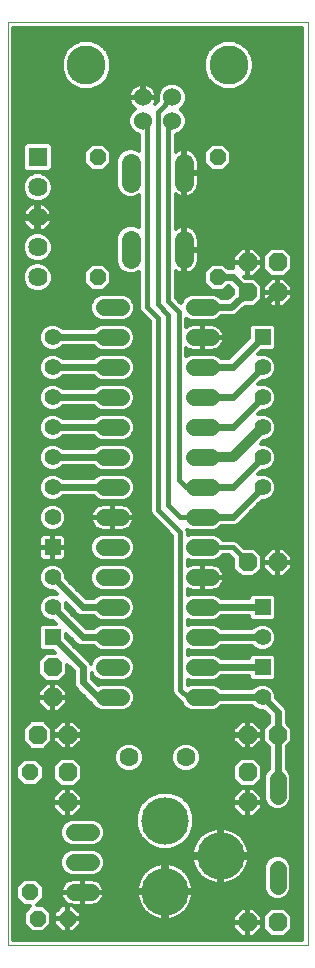
<source format=gtl>
G75*
G70*
%OFA0B0*%
%FSLAX24Y24*%
%IPPOS*%
%LPD*%
%AMOC8*
5,1,8,0,0,1.08239X$1,22.5*
%
%ADD10C,0.0000*%
%ADD11C,0.0630*%
%ADD12OC8,0.0630*%
%ADD13C,0.0600*%
%ADD14C,0.1300*%
%ADD15OC8,0.0560*%
%ADD16C,0.0640*%
%ADD17C,0.0560*%
%ADD18R,0.0640X0.0640*%
%ADD19C,0.0640*%
%ADD20R,0.0555X0.0555*%
%ADD21C,0.0555*%
%ADD22C,0.1580*%
%ADD23C,0.0120*%
%ADD24C,0.0400*%
%ADD25C,0.0240*%
%ADD26C,0.0160*%
%ADD27C,0.0320*%
D10*
X004243Y001752D02*
X004243Y032502D01*
X014243Y032502D01*
X014243Y001752D01*
X004243Y001752D01*
D11*
X008293Y008002D03*
X010193Y008002D03*
D12*
X012243Y007502D03*
X012243Y006502D03*
X012243Y008752D03*
X013243Y008752D03*
X013243Y014502D03*
X012243Y014502D03*
X012243Y023502D03*
X012243Y024502D03*
X013243Y024502D03*
X013243Y023502D03*
X005743Y011002D03*
X005743Y010002D03*
X005243Y008752D03*
X006243Y008752D03*
X006243Y007502D03*
X006243Y006502D03*
X012243Y002502D03*
X013243Y002502D03*
D13*
X009735Y029222D03*
X009735Y030002D03*
X008751Y030002D03*
X008751Y029222D03*
D14*
X006873Y031072D03*
X011613Y031072D03*
D15*
X011243Y028002D03*
X011243Y024002D03*
X007243Y024002D03*
X007243Y028002D03*
X004993Y007502D03*
X004993Y003502D03*
X005243Y002627D03*
X006243Y002627D03*
D16*
X008353Y024602D02*
X008353Y025242D01*
X008353Y027162D02*
X008353Y027802D01*
X010133Y027802D02*
X010133Y027162D01*
X010133Y025242D02*
X010133Y024602D01*
D17*
X010463Y023002D02*
X011023Y023002D01*
X011023Y022002D02*
X010463Y022002D01*
X010463Y021002D02*
X011023Y021002D01*
X011023Y020002D02*
X010463Y020002D01*
X010463Y019002D02*
X011023Y019002D01*
X011023Y018002D02*
X010463Y018002D01*
X010463Y017002D02*
X011023Y017002D01*
X011023Y016002D02*
X010463Y016002D01*
X010463Y015002D02*
X011023Y015002D01*
X011023Y014002D02*
X010463Y014002D01*
X010463Y013002D02*
X011023Y013002D01*
X011023Y012002D02*
X010463Y012002D01*
X010463Y011002D02*
X011023Y011002D01*
X011023Y010002D02*
X010463Y010002D01*
X008023Y010002D02*
X007463Y010002D01*
X007463Y011002D02*
X008023Y011002D01*
X008023Y012002D02*
X007463Y012002D01*
X007463Y013002D02*
X008023Y013002D01*
X008023Y014002D02*
X007463Y014002D01*
X007463Y015002D02*
X008023Y015002D01*
X008023Y016002D02*
X007463Y016002D01*
X007463Y017002D02*
X008023Y017002D01*
X008023Y018002D02*
X007463Y018002D01*
X007463Y019002D02*
X008023Y019002D01*
X008023Y020002D02*
X007463Y020002D01*
X007463Y021002D02*
X008023Y021002D01*
X008023Y022002D02*
X007463Y022002D01*
X007463Y023002D02*
X008023Y023002D01*
X013243Y007282D02*
X013243Y006722D01*
X013243Y004282D02*
X013243Y003722D01*
X007023Y003502D02*
X006463Y003502D01*
X006463Y004502D02*
X007023Y004502D01*
X007023Y005502D02*
X006463Y005502D01*
D18*
X005243Y028002D03*
D19*
X005243Y027002D03*
X005243Y026002D03*
X005243Y025002D03*
X005243Y024002D03*
D20*
X005743Y015002D03*
X005743Y012002D03*
X012743Y013002D03*
X012743Y011002D03*
X012743Y022002D03*
D21*
X012743Y021002D03*
X012743Y020002D03*
X012743Y019002D03*
X012743Y018002D03*
X012743Y017002D03*
X012743Y012002D03*
X012743Y010002D03*
X005743Y013002D03*
X005743Y014002D03*
X005743Y016002D03*
X005743Y017002D03*
X005743Y018002D03*
X005743Y019002D03*
X005743Y020002D03*
X005743Y021002D03*
X005743Y022002D03*
D22*
X009493Y005895D03*
X009493Y003533D03*
X011344Y004714D03*
D23*
X011404Y004702D02*
X013057Y004702D01*
X012983Y004672D02*
X013152Y004742D01*
X013335Y004742D01*
X013504Y004672D01*
X013633Y004542D01*
X013703Y004373D01*
X013703Y003630D01*
X013633Y003461D01*
X013504Y003332D01*
X013335Y003262D01*
X013152Y003262D01*
X012983Y003332D01*
X012853Y003461D01*
X012783Y003630D01*
X012783Y004373D01*
X012853Y004542D01*
X012983Y004672D01*
X012895Y004584D02*
X012285Y004584D01*
X012282Y004555D02*
X012293Y004654D01*
X011404Y004654D01*
X011404Y004774D01*
X012293Y004774D01*
X012282Y004874D01*
X012258Y004978D01*
X012223Y005078D01*
X012176Y005175D01*
X012120Y005265D01*
X012053Y005348D01*
X011978Y005424D01*
X011894Y005490D01*
X011804Y005547D01*
X011708Y005593D01*
X011607Y005629D01*
X011503Y005652D01*
X011403Y005664D01*
X011403Y004774D01*
X011284Y004774D01*
X011284Y005664D01*
X011184Y005652D01*
X011080Y005629D01*
X010979Y005593D01*
X010883Y005547D01*
X010793Y005490D01*
X010709Y005424D01*
X010634Y005348D01*
X010568Y005265D01*
X010511Y005175D01*
X010464Y005078D01*
X010429Y004978D01*
X010405Y004874D01*
X010394Y004774D01*
X011283Y004774D01*
X011283Y004654D01*
X010394Y004654D01*
X010405Y004555D01*
X010429Y004451D01*
X010464Y004350D01*
X010511Y004254D01*
X010568Y004164D01*
X010634Y004080D01*
X010709Y004005D01*
X010793Y003938D01*
X010883Y003882D01*
X010979Y003835D01*
X011080Y003800D01*
X011184Y003776D01*
X011284Y003765D01*
X011284Y004654D01*
X011403Y004654D01*
X011403Y003765D01*
X011503Y003776D01*
X011607Y003800D01*
X011708Y003835D01*
X011804Y003882D01*
X011894Y003938D01*
X011978Y004005D01*
X012053Y004080D01*
X012120Y004164D01*
X012176Y004254D01*
X012223Y004350D01*
X012258Y004451D01*
X012282Y004555D01*
X012261Y004465D02*
X012821Y004465D01*
X012783Y004347D02*
X012221Y004347D01*
X012160Y004228D02*
X012783Y004228D01*
X012783Y004110D02*
X012076Y004110D01*
X011960Y003991D02*
X012783Y003991D01*
X012783Y003873D02*
X011785Y003873D01*
X011403Y003873D02*
X011284Y003873D01*
X011284Y003991D02*
X011403Y003991D01*
X011403Y004110D02*
X011284Y004110D01*
X011284Y004228D02*
X011403Y004228D01*
X011403Y004347D02*
X011284Y004347D01*
X011284Y004465D02*
X011403Y004465D01*
X011403Y004584D02*
X011284Y004584D01*
X011283Y004702D02*
X007438Y004702D01*
X007413Y004762D02*
X007284Y004892D01*
X007115Y004962D01*
X006372Y004962D01*
X006203Y004892D01*
X006073Y004762D01*
X006003Y004593D01*
X006003Y004410D01*
X006073Y004241D01*
X006203Y004112D01*
X006372Y004042D01*
X007115Y004042D01*
X007284Y004112D01*
X007413Y004241D01*
X007483Y004410D01*
X007483Y004593D01*
X007413Y004762D01*
X007354Y004821D02*
X010400Y004821D01*
X010421Y004939D02*
X009720Y004939D01*
X009686Y004925D02*
X010043Y005073D01*
X010315Y005346D01*
X010463Y005702D01*
X010463Y006088D01*
X010315Y006445D01*
X010043Y006718D01*
X011787Y006718D01*
X011768Y006698D02*
X011768Y006522D01*
X012223Y006522D01*
X012223Y006977D01*
X012046Y006977D01*
X011768Y006698D01*
X011768Y006599D02*
X010161Y006599D01*
X010043Y006718D02*
X009686Y006865D01*
X009300Y006865D01*
X008944Y006718D01*
X008671Y006445D01*
X008523Y006088D01*
X008523Y005702D01*
X008671Y005346D01*
X008944Y005073D01*
X009300Y004925D01*
X009686Y004925D01*
X010006Y005058D02*
X010457Y005058D01*
X010512Y005177D02*
X010146Y005177D01*
X010265Y005295D02*
X010592Y005295D01*
X010699Y005414D02*
X010343Y005414D01*
X010393Y005532D02*
X010860Y005532D01*
X011177Y005651D02*
X010442Y005651D01*
X010463Y005769D02*
X014063Y005769D01*
X014063Y005651D02*
X011510Y005651D01*
X011403Y005651D02*
X011284Y005651D01*
X011284Y005532D02*
X011403Y005532D01*
X011403Y005414D02*
X011284Y005414D01*
X011284Y005295D02*
X011403Y005295D01*
X011403Y005177D02*
X011284Y005177D01*
X011284Y005058D02*
X011403Y005058D01*
X011403Y004939D02*
X011284Y004939D01*
X011284Y004821D02*
X011403Y004821D01*
X011827Y005532D02*
X014063Y005532D01*
X014063Y005414D02*
X011988Y005414D01*
X012095Y005295D02*
X014063Y005295D01*
X014063Y005177D02*
X012175Y005177D01*
X012230Y005058D02*
X014063Y005058D01*
X014063Y004939D02*
X012267Y004939D01*
X012288Y004821D02*
X014063Y004821D01*
X014063Y004702D02*
X013429Y004702D01*
X013591Y004584D02*
X014063Y004584D01*
X014063Y004465D02*
X013665Y004465D01*
X013703Y004347D02*
X014063Y004347D01*
X014063Y004228D02*
X013703Y004228D01*
X013703Y004110D02*
X014063Y004110D01*
X014063Y003991D02*
X013703Y003991D01*
X013703Y003873D02*
X014063Y003873D01*
X014063Y003754D02*
X013703Y003754D01*
X013703Y003636D02*
X014063Y003636D01*
X014063Y003517D02*
X013656Y003517D01*
X013570Y003398D02*
X014063Y003398D01*
X014063Y003280D02*
X013378Y003280D01*
X013448Y002997D02*
X013038Y002997D01*
X012748Y002707D01*
X012748Y002297D01*
X013038Y002007D01*
X013448Y002007D01*
X013738Y002297D01*
X013738Y002707D01*
X013448Y002997D01*
X013521Y002924D02*
X014063Y002924D01*
X014063Y002806D02*
X013639Y002806D01*
X013738Y002687D02*
X014063Y002687D01*
X014063Y002569D02*
X013738Y002569D01*
X013738Y002450D02*
X014063Y002450D01*
X014063Y002332D02*
X013738Y002332D01*
X013654Y002213D02*
X014063Y002213D01*
X014063Y002094D02*
X013536Y002094D01*
X014063Y001976D02*
X004423Y001976D01*
X004423Y001932D02*
X004423Y032322D01*
X014063Y032322D01*
X014063Y001932D01*
X004423Y001932D01*
X004423Y002094D02*
X011979Y002094D01*
X012046Y002027D02*
X012223Y002027D01*
X012223Y002481D01*
X012263Y002481D01*
X012263Y002027D01*
X012440Y002027D01*
X012718Y002305D01*
X012718Y002482D01*
X012263Y002482D01*
X012263Y002522D01*
X012223Y002522D01*
X012223Y002977D01*
X012046Y002977D01*
X011768Y002698D01*
X011768Y002522D01*
X012223Y002522D01*
X012223Y002482D01*
X011768Y002482D01*
X011768Y002305D01*
X012046Y002027D01*
X012223Y002094D02*
X012263Y002094D01*
X012263Y002213D02*
X012223Y002213D01*
X012223Y002332D02*
X012263Y002332D01*
X012263Y002450D02*
X012223Y002450D01*
X012263Y002522D02*
X012718Y002522D01*
X012718Y002698D01*
X012440Y002977D01*
X012263Y002977D01*
X012263Y002522D01*
X012263Y002569D02*
X012223Y002569D01*
X012223Y002687D02*
X012263Y002687D01*
X012263Y002806D02*
X012223Y002806D01*
X012223Y002924D02*
X012263Y002924D01*
X012492Y002924D02*
X012966Y002924D01*
X012847Y002806D02*
X012611Y002806D01*
X012718Y002687D02*
X012748Y002687D01*
X012748Y002569D02*
X012718Y002569D01*
X012718Y002450D02*
X012748Y002450D01*
X012748Y002332D02*
X012718Y002332D01*
X012626Y002213D02*
X012832Y002213D01*
X012950Y002094D02*
X012508Y002094D01*
X011875Y002806D02*
X010105Y002806D01*
X010127Y002824D02*
X010203Y002899D01*
X010269Y002983D01*
X010326Y003073D01*
X010372Y003169D01*
X010407Y003270D01*
X010431Y003374D01*
X010442Y003473D01*
X009553Y003473D01*
X009553Y002584D01*
X009653Y002595D01*
X009757Y002619D01*
X009857Y002654D01*
X009953Y002700D01*
X010044Y002757D01*
X010127Y002824D01*
X010223Y002924D02*
X011994Y002924D01*
X011768Y002687D02*
X009926Y002687D01*
X009553Y002687D02*
X009433Y002687D01*
X009433Y002584D02*
X009433Y003473D01*
X009553Y003473D01*
X009553Y003593D01*
X010442Y003593D01*
X010431Y003693D01*
X010407Y003797D01*
X010372Y003897D01*
X010326Y003993D01*
X010269Y004084D01*
X010203Y004167D01*
X010127Y004243D01*
X010044Y004309D01*
X009953Y004366D01*
X009857Y004412D01*
X009757Y004448D01*
X009653Y004471D01*
X009553Y004482D01*
X009553Y003593D01*
X009433Y003593D01*
X009433Y003473D01*
X008544Y003473D01*
X008555Y003374D01*
X008579Y003270D01*
X008614Y003169D01*
X008660Y003073D01*
X008717Y002983D01*
X008784Y002899D01*
X008859Y002824D01*
X008943Y002757D01*
X009033Y002700D01*
X009129Y002654D01*
X009230Y002619D01*
X009334Y002595D01*
X009433Y002584D01*
X009433Y002806D02*
X009553Y002806D01*
X009553Y002924D02*
X009433Y002924D01*
X009433Y003043D02*
X009553Y003043D01*
X009553Y003161D02*
X009433Y003161D01*
X009433Y003280D02*
X009553Y003280D01*
X009553Y003398D02*
X009433Y003398D01*
X009433Y003517D02*
X006763Y003517D01*
X006763Y003522D02*
X007463Y003522D01*
X007463Y003536D01*
X007452Y003605D01*
X007431Y003671D01*
X007399Y003732D01*
X007359Y003788D01*
X007310Y003837D01*
X007254Y003878D01*
X007192Y003909D01*
X007126Y003931D01*
X007058Y003942D01*
X006763Y003942D01*
X006763Y003522D01*
X006723Y003522D01*
X006723Y003942D01*
X006429Y003942D01*
X006360Y003931D01*
X006294Y003909D01*
X006233Y003878D01*
X006176Y003837D01*
X006128Y003788D01*
X006087Y003732D01*
X006055Y003671D01*
X006034Y003605D01*
X006023Y003536D01*
X006023Y003522D01*
X006723Y003522D01*
X006723Y003482D01*
X006023Y003482D01*
X006023Y003467D01*
X006034Y003399D01*
X006055Y003333D01*
X006087Y003271D01*
X006128Y003215D01*
X006176Y003166D01*
X006233Y003125D01*
X006294Y003094D01*
X006360Y003073D01*
X006397Y003067D01*
X006263Y003067D01*
X006263Y002647D01*
X006223Y002647D01*
X006223Y003067D01*
X006061Y003067D01*
X005803Y002809D01*
X005803Y002647D01*
X006223Y002647D01*
X006223Y002607D01*
X005803Y002607D01*
X005803Y002444D01*
X006061Y002187D01*
X006223Y002187D01*
X006223Y002606D01*
X006263Y002606D01*
X006263Y002187D01*
X006425Y002187D01*
X006683Y002444D01*
X006683Y002607D01*
X006263Y002607D01*
X006263Y002647D01*
X006683Y002647D01*
X006683Y002809D01*
X006430Y003062D01*
X006723Y003062D01*
X006723Y003481D01*
X006763Y003481D01*
X006763Y003062D01*
X007058Y003062D01*
X007126Y003073D01*
X007192Y003094D01*
X007254Y003125D01*
X007310Y003166D01*
X007359Y003215D01*
X007399Y003271D01*
X007431Y003333D01*
X007452Y003399D01*
X007463Y003467D01*
X007463Y003482D01*
X006763Y003482D01*
X006763Y003522D01*
X006723Y003517D02*
X005453Y003517D01*
X005453Y003636D02*
X006044Y003636D01*
X006103Y003754D02*
X005391Y003754D01*
X005453Y003692D02*
X005184Y003962D01*
X004803Y003962D01*
X004533Y003692D01*
X004533Y003311D01*
X004803Y003042D01*
X005008Y003042D01*
X004783Y002817D01*
X004783Y002436D01*
X005053Y002167D01*
X005434Y002167D01*
X005703Y002436D01*
X005703Y002817D01*
X005434Y003087D01*
X005229Y003087D01*
X005453Y003311D01*
X005453Y003692D01*
X005273Y003873D02*
X006225Y003873D01*
X006208Y004110D02*
X004423Y004110D01*
X004423Y004228D02*
X006086Y004228D01*
X006029Y004347D02*
X004423Y004347D01*
X004423Y004465D02*
X006003Y004465D01*
X006003Y004584D02*
X004423Y004584D01*
X004423Y004702D02*
X006048Y004702D01*
X006132Y004821D02*
X004423Y004821D01*
X004423Y004939D02*
X006318Y004939D01*
X006372Y005042D02*
X006203Y005112D01*
X006073Y005241D01*
X006003Y005410D01*
X006003Y005593D01*
X006073Y005762D01*
X006203Y005892D01*
X006372Y005962D01*
X007115Y005962D01*
X007284Y005892D01*
X007413Y005762D01*
X007483Y005593D01*
X007483Y005410D01*
X007413Y005241D01*
X007284Y005112D01*
X007115Y005042D01*
X006372Y005042D01*
X006332Y005058D02*
X004423Y005058D01*
X004423Y005177D02*
X006138Y005177D01*
X006051Y005295D02*
X004423Y005295D01*
X004423Y005414D02*
X006003Y005414D01*
X006003Y005532D02*
X004423Y005532D01*
X004423Y005651D02*
X006027Y005651D01*
X006080Y005769D02*
X004423Y005769D01*
X004423Y005888D02*
X006199Y005888D01*
X006223Y006027D02*
X006046Y006027D01*
X005768Y006305D01*
X005768Y006482D01*
X006223Y006482D01*
X006223Y006522D01*
X006223Y006977D01*
X006046Y006977D01*
X005768Y006698D01*
X005768Y006522D01*
X006223Y006522D01*
X006263Y006522D01*
X006263Y006977D01*
X006440Y006977D01*
X006718Y006698D01*
X006718Y006522D01*
X006263Y006522D01*
X006263Y006482D01*
X006718Y006482D01*
X006718Y006305D01*
X006440Y006027D01*
X006263Y006027D01*
X006263Y006481D01*
X006223Y006481D01*
X006263Y006481D01*
X006223Y006481D02*
X006223Y006027D01*
X006223Y006125D02*
X006263Y006125D01*
X006263Y006243D02*
X006223Y006243D01*
X006223Y006362D02*
X006263Y006362D01*
X006263Y006599D02*
X006223Y006599D01*
X006223Y006718D02*
X006263Y006718D01*
X006263Y006836D02*
X006223Y006836D01*
X006223Y006955D02*
X006263Y006955D01*
X006448Y007007D02*
X006038Y007007D01*
X005748Y007297D01*
X005748Y007707D01*
X006038Y007997D01*
X006448Y007997D01*
X006738Y007707D01*
X006738Y007297D01*
X006448Y007007D01*
X006462Y006955D02*
X012024Y006955D01*
X012038Y007007D02*
X012448Y007007D01*
X012738Y007297D01*
X012738Y007707D01*
X012448Y007997D01*
X012038Y007997D01*
X011748Y007707D01*
X011748Y007297D01*
X012038Y007007D01*
X011972Y007073D02*
X006515Y007073D01*
X006633Y007192D02*
X011853Y007192D01*
X011748Y007310D02*
X006738Y007310D01*
X006738Y007429D02*
X011748Y007429D01*
X011748Y007547D02*
X010390Y007547D01*
X010474Y007582D02*
X010613Y007721D01*
X010688Y007903D01*
X011944Y007903D01*
X011826Y007785D02*
X010639Y007785D01*
X010688Y007903D02*
X010688Y008100D01*
X010613Y008282D01*
X010474Y008421D01*
X010292Y008497D01*
X010095Y008497D01*
X009913Y008421D01*
X009774Y008282D01*
X009698Y008100D01*
X009698Y007903D01*
X008788Y007903D01*
X008713Y007721D01*
X008574Y007582D01*
X008392Y007507D01*
X008195Y007507D01*
X008013Y007582D01*
X007874Y007721D01*
X007798Y007903D01*
X006542Y007903D01*
X006660Y007785D02*
X007847Y007785D01*
X007798Y007903D02*
X007798Y008100D01*
X007874Y008282D01*
X008013Y008421D01*
X008195Y008497D01*
X008392Y008497D01*
X008574Y008421D01*
X008713Y008282D01*
X008788Y008100D01*
X008788Y007903D01*
X008788Y008022D02*
X009698Y008022D01*
X009698Y007903D02*
X009774Y007721D01*
X009913Y007582D01*
X010095Y007507D01*
X010292Y007507D01*
X010474Y007582D01*
X010557Y007666D02*
X011748Y007666D01*
X012046Y008277D02*
X012223Y008277D01*
X012223Y008731D01*
X012263Y008731D01*
X012263Y008277D01*
X012440Y008277D01*
X012718Y008555D01*
X012718Y008732D01*
X012263Y008732D01*
X012263Y008772D01*
X012223Y008772D01*
X012223Y009227D01*
X012046Y009227D01*
X011768Y008948D01*
X011768Y008772D01*
X012223Y008772D01*
X012223Y008732D01*
X011768Y008732D01*
X011768Y008555D01*
X012046Y008277D01*
X011946Y008377D02*
X010518Y008377D01*
X010622Y008259D02*
X012943Y008259D01*
X012943Y008352D02*
X012943Y007632D01*
X012853Y007542D01*
X012783Y007373D01*
X012783Y006630D01*
X012853Y006461D01*
X012983Y006332D01*
X013152Y006262D01*
X013335Y006262D01*
X013504Y006332D01*
X013633Y006461D01*
X013703Y006630D01*
X013703Y007373D01*
X013633Y007542D01*
X013543Y007632D01*
X013543Y008352D01*
X013738Y008547D01*
X013738Y008957D01*
X013543Y009152D01*
X013543Y009561D01*
X013497Y009672D01*
X013413Y009756D01*
X013201Y009969D01*
X013201Y010093D01*
X013131Y010261D01*
X013002Y010390D01*
X012834Y010459D01*
X012652Y010459D01*
X012484Y010390D01*
X012396Y010302D01*
X011374Y010302D01*
X011284Y010392D01*
X011115Y010462D01*
X010372Y010462D01*
X010253Y010413D01*
X010253Y010591D01*
X010372Y010542D01*
X011115Y010542D01*
X011284Y010612D01*
X011374Y010702D01*
X012286Y010702D01*
X012286Y010650D01*
X012391Y010544D01*
X013095Y010544D01*
X013201Y010650D01*
X013201Y011354D01*
X013095Y011459D01*
X012391Y011459D01*
X012286Y011354D01*
X012286Y011302D01*
X011374Y011302D01*
X011284Y011392D01*
X011115Y011462D01*
X010372Y011462D01*
X010253Y011413D01*
X010253Y011591D01*
X010372Y011542D01*
X011115Y011542D01*
X011284Y011612D01*
X011374Y011702D01*
X012396Y011702D01*
X012484Y011614D01*
X012652Y011544D01*
X012834Y011544D01*
X013002Y011614D01*
X013131Y011743D01*
X013201Y011911D01*
X013201Y012093D01*
X013131Y012261D01*
X013002Y012390D01*
X012834Y012459D01*
X012652Y012459D01*
X012484Y012390D01*
X012396Y012302D01*
X011374Y012302D01*
X011284Y012392D01*
X011115Y012462D01*
X010372Y012462D01*
X010253Y012413D01*
X010253Y012591D01*
X010372Y012542D01*
X011115Y012542D01*
X011284Y012612D01*
X011374Y012702D01*
X012286Y012702D01*
X012286Y012650D01*
X012391Y012544D01*
X013095Y012544D01*
X013201Y012650D01*
X013201Y013354D01*
X013095Y013459D01*
X012391Y013459D01*
X012286Y013354D01*
X012286Y013302D01*
X011374Y013302D01*
X011284Y013392D01*
X011115Y013462D01*
X010372Y013462D01*
X010253Y013413D01*
X010253Y013615D01*
X010294Y013594D01*
X010360Y013573D01*
X010429Y013562D01*
X010723Y013562D01*
X010723Y013981D01*
X010763Y013981D01*
X010763Y013562D01*
X011058Y013562D01*
X011126Y013573D01*
X011192Y013594D01*
X011254Y013625D01*
X011310Y013666D01*
X011359Y013715D01*
X011399Y013771D01*
X011431Y013833D01*
X011452Y013899D01*
X011463Y013967D01*
X011463Y013982D01*
X010763Y013982D01*
X010763Y014022D01*
X010723Y014022D01*
X010723Y014442D01*
X010429Y014442D01*
X010360Y014431D01*
X010294Y014409D01*
X010253Y014389D01*
X010253Y014591D01*
X010372Y014542D01*
X011115Y014542D01*
X011284Y014612D01*
X011413Y014741D01*
X011413Y014742D01*
X011635Y014742D01*
X011748Y014629D01*
X011748Y014297D01*
X012038Y014007D01*
X012448Y014007D01*
X012738Y014297D01*
X012738Y014707D01*
X012448Y014997D01*
X012116Y014997D01*
X011890Y015222D01*
X011795Y015262D01*
X011691Y015262D01*
X011413Y015262D01*
X011284Y015392D01*
X011115Y015462D01*
X010372Y015462D01*
X010253Y015413D01*
X010253Y015553D01*
X010234Y015599D01*
X010372Y015542D01*
X011115Y015542D01*
X011284Y015612D01*
X011374Y015702D01*
X011683Y015702D01*
X011803Y015702D01*
X011913Y015747D01*
X012710Y016544D01*
X012834Y016544D01*
X013002Y016614D01*
X013131Y016743D01*
X013201Y016911D01*
X013201Y017093D01*
X013131Y017261D01*
X013002Y017390D01*
X012834Y017459D01*
X012652Y017459D01*
X012605Y017440D01*
X012710Y017544D01*
X012834Y017544D01*
X013002Y017614D01*
X013131Y017743D01*
X013201Y017911D01*
X013201Y018093D01*
X013131Y018261D01*
X013002Y018390D01*
X012834Y018459D01*
X012681Y018459D01*
X012766Y018544D01*
X012834Y018544D01*
X013002Y018614D01*
X013131Y018743D01*
X013201Y018911D01*
X013201Y019093D01*
X013131Y019261D01*
X013002Y019390D01*
X012834Y019459D01*
X012652Y019459D01*
X012605Y019440D01*
X012710Y019544D01*
X012834Y019544D01*
X013002Y019614D01*
X013131Y019743D01*
X013201Y019911D01*
X013201Y020093D01*
X013131Y020261D01*
X013002Y020390D01*
X012834Y020459D01*
X012652Y020459D01*
X012605Y020440D01*
X012710Y020544D01*
X012834Y020544D01*
X013002Y020614D01*
X013131Y020743D01*
X013201Y020911D01*
X013201Y021093D01*
X013131Y021261D01*
X013002Y021390D01*
X012834Y021459D01*
X012652Y021459D01*
X012605Y021440D01*
X012710Y021544D01*
X013095Y021544D01*
X013201Y021650D01*
X013201Y022354D01*
X013095Y022459D01*
X012391Y022459D01*
X012286Y022354D01*
X012286Y021969D01*
X011619Y021302D01*
X011374Y021302D01*
X011284Y021392D01*
X011115Y021462D01*
X010372Y021462D01*
X010203Y021392D01*
X010203Y021647D01*
X010233Y021625D01*
X010294Y021594D01*
X010360Y021573D01*
X010429Y021562D01*
X010723Y021562D01*
X010723Y021981D01*
X010763Y021981D01*
X010763Y021562D01*
X011058Y021562D01*
X011126Y021573D01*
X011192Y021594D01*
X011254Y021625D01*
X011310Y021666D01*
X011359Y021715D01*
X011399Y021771D01*
X011431Y021833D01*
X011452Y021899D01*
X011463Y021967D01*
X011463Y021982D01*
X010763Y021982D01*
X010763Y022022D01*
X010723Y022022D01*
X010723Y022442D01*
X010429Y022442D01*
X010360Y022431D01*
X010294Y022409D01*
X010233Y022378D01*
X010203Y022357D01*
X010203Y022612D01*
X010372Y022542D01*
X011115Y022542D01*
X011284Y022612D01*
X011374Y022702D01*
X011686Y022702D01*
X011738Y022699D01*
X011745Y022702D01*
X011753Y022702D01*
X011802Y022722D01*
X011851Y022740D01*
X011856Y022745D01*
X011863Y022747D01*
X011900Y022785D01*
X012145Y023007D01*
X012448Y023007D01*
X012738Y023297D01*
X012738Y023707D01*
X012448Y023997D01*
X012172Y023997D01*
X012142Y024027D01*
X012223Y024027D01*
X012223Y024481D01*
X012263Y024481D01*
X012263Y024027D01*
X012440Y024027D01*
X012718Y024305D01*
X012718Y024482D01*
X012263Y024482D01*
X012263Y024522D01*
X012223Y024522D01*
X012223Y024977D01*
X012046Y024977D01*
X011768Y024698D01*
X011768Y024522D01*
X012223Y024522D01*
X012223Y024482D01*
X011768Y024482D01*
X011768Y024305D01*
X011771Y024302D01*
X011683Y024302D01*
X011594Y024302D01*
X011434Y024462D01*
X011053Y024462D01*
X010783Y024192D01*
X010783Y023811D01*
X011053Y023542D01*
X011434Y023542D01*
X011594Y023702D01*
X011619Y023702D01*
X011748Y023572D01*
X011748Y023457D01*
X011577Y023302D01*
X011374Y023302D01*
X011284Y023392D01*
X011115Y023462D01*
X010372Y023462D01*
X010203Y023392D01*
X010073Y023262D01*
X010023Y023140D01*
X009853Y023309D01*
X009853Y024212D01*
X009882Y024191D01*
X009949Y024157D01*
X010021Y024134D01*
X010093Y024122D01*
X010093Y024881D01*
X010173Y024881D01*
X010173Y024122D01*
X010246Y024134D01*
X010317Y024157D01*
X010385Y024191D01*
X010446Y024236D01*
X010499Y024289D01*
X010544Y024350D01*
X010578Y024417D01*
X010601Y024489D01*
X010613Y024564D01*
X010613Y024882D01*
X010173Y024882D01*
X010173Y024962D01*
X010093Y024962D01*
X010093Y025721D01*
X010021Y025710D01*
X009949Y025687D01*
X009882Y025652D01*
X009853Y025632D01*
X009853Y026772D01*
X009882Y026751D01*
X009949Y026717D01*
X010021Y026694D01*
X010093Y026682D01*
X010093Y027441D01*
X010173Y027441D01*
X010173Y026682D01*
X010246Y026694D01*
X010317Y026717D01*
X010385Y026751D01*
X010446Y026796D01*
X010499Y026849D01*
X010544Y026910D01*
X010578Y026977D01*
X010601Y027049D01*
X010613Y027124D01*
X010613Y027442D01*
X010173Y027442D01*
X010173Y027522D01*
X010093Y027522D01*
X010093Y028281D01*
X010021Y028270D01*
X009949Y028247D01*
X009882Y028212D01*
X009853Y028192D01*
X009853Y028751D01*
X010007Y028815D01*
X010142Y028950D01*
X010215Y029126D01*
X010215Y029317D01*
X010142Y029494D01*
X010024Y029612D01*
X010142Y029730D01*
X010215Y029906D01*
X010215Y030097D01*
X010142Y030274D01*
X010007Y030409D01*
X009831Y030482D01*
X009640Y030482D01*
X009463Y030409D01*
X009328Y030274D01*
X009255Y030097D01*
X009255Y029906D01*
X009260Y029894D01*
X009163Y029797D01*
X009177Y029825D01*
X009200Y029894D01*
X009211Y029966D01*
X009211Y029972D01*
X008781Y029972D01*
X008781Y030032D01*
X008721Y030032D01*
X008721Y030462D01*
X008715Y030462D01*
X008643Y030450D01*
X008574Y030428D01*
X008510Y030395D01*
X008451Y030353D01*
X008400Y030301D01*
X008358Y030243D01*
X008325Y030178D01*
X008302Y030109D01*
X008291Y030038D01*
X008291Y030032D01*
X008721Y030032D01*
X008721Y029972D01*
X008291Y029972D01*
X008291Y029966D01*
X008302Y029894D01*
X008325Y029825D01*
X008358Y029761D01*
X008400Y029702D01*
X008451Y029651D01*
X008481Y029629D01*
X008479Y029629D01*
X008344Y029494D01*
X008271Y029317D01*
X008271Y029126D01*
X008344Y028950D01*
X008479Y028815D01*
X008633Y028751D01*
X008633Y028227D01*
X008453Y028302D01*
X008254Y028302D01*
X008070Y028226D01*
X007929Y028085D01*
X007853Y027901D01*
X007853Y027062D01*
X007929Y026879D01*
X008070Y026738D01*
X008254Y026662D01*
X008453Y026662D01*
X008633Y026737D01*
X008633Y025667D01*
X008453Y025742D01*
X008254Y025742D01*
X008070Y025666D01*
X007929Y025525D01*
X007853Y025341D01*
X007853Y024502D01*
X007929Y024319D01*
X008070Y024178D01*
X008254Y024102D01*
X008453Y024102D01*
X008633Y024177D01*
X008633Y022950D01*
X008673Y022854D01*
X008746Y022781D01*
X008983Y022544D01*
X008983Y016303D01*
X008983Y016200D01*
X009023Y016104D01*
X009733Y015394D01*
X009733Y010200D01*
X009773Y010104D01*
X009846Y010031D01*
X010023Y009854D01*
X010029Y009848D01*
X010073Y009741D01*
X010203Y009612D01*
X010372Y009542D01*
X011115Y009542D01*
X011284Y009612D01*
X011374Y009702D01*
X012396Y009702D01*
X012484Y009614D01*
X012652Y009544D01*
X012776Y009544D01*
X012943Y009377D01*
X012943Y009152D01*
X012748Y008957D01*
X012748Y008547D01*
X012943Y008352D01*
X012918Y008377D02*
X012540Y008377D01*
X012659Y008496D02*
X012799Y008496D01*
X012748Y008614D02*
X012718Y008614D01*
X012748Y008733D02*
X012263Y008733D01*
X012263Y008772D02*
X012718Y008772D01*
X012718Y008948D01*
X012440Y009227D01*
X012263Y009227D01*
X012263Y008772D01*
X012223Y008733D02*
X006263Y008733D01*
X006263Y008732D02*
X006263Y008772D01*
X006223Y008772D01*
X006223Y009227D01*
X006046Y009227D01*
X005768Y008948D01*
X005768Y008772D01*
X006223Y008772D01*
X006223Y008732D01*
X005768Y008732D01*
X005768Y008555D01*
X006046Y008277D01*
X006223Y008277D01*
X006223Y008731D01*
X006263Y008731D01*
X006263Y008277D01*
X006440Y008277D01*
X006718Y008555D01*
X006718Y008732D01*
X006263Y008732D01*
X006263Y008772D02*
X006718Y008772D01*
X006718Y008948D01*
X006440Y009227D01*
X006263Y009227D01*
X006263Y008772D01*
X006223Y008733D02*
X005738Y008733D01*
X005738Y008851D02*
X005768Y008851D01*
X005738Y008957D02*
X005448Y009247D01*
X005038Y009247D01*
X004748Y008957D01*
X004748Y008547D01*
X005038Y008257D01*
X005448Y008257D01*
X005738Y008547D01*
X005738Y008957D01*
X005725Y008970D02*
X005790Y008970D01*
X005908Y009089D02*
X005606Y009089D01*
X005488Y009207D02*
X006027Y009207D01*
X006223Y009207D02*
X006263Y009207D01*
X006263Y009089D02*
X006223Y009089D01*
X006223Y008970D02*
X006263Y008970D01*
X006263Y008851D02*
X006223Y008851D01*
X006223Y008614D02*
X006263Y008614D01*
X006263Y008496D02*
X006223Y008496D01*
X006223Y008377D02*
X006263Y008377D01*
X006540Y008377D02*
X007969Y008377D01*
X007864Y008259D02*
X005450Y008259D01*
X005569Y008377D02*
X005946Y008377D01*
X005827Y008496D02*
X005687Y008496D01*
X005738Y008614D02*
X005768Y008614D01*
X005944Y007903D02*
X005242Y007903D01*
X005184Y007962D02*
X004803Y007962D01*
X004533Y007692D01*
X004533Y007311D01*
X004803Y007042D01*
X005184Y007042D01*
X005453Y007311D01*
X005453Y007692D01*
X005184Y007962D01*
X005361Y007785D02*
X005826Y007785D01*
X005748Y007666D02*
X005453Y007666D01*
X005453Y007547D02*
X005748Y007547D01*
X005748Y007429D02*
X005453Y007429D01*
X005452Y007310D02*
X005748Y007310D01*
X005853Y007192D02*
X005334Y007192D01*
X005215Y007073D02*
X005972Y007073D01*
X006024Y006955D02*
X004423Y006955D01*
X004423Y007073D02*
X004771Y007073D01*
X004653Y007192D02*
X004423Y007192D01*
X004423Y007310D02*
X004534Y007310D01*
X004533Y007429D02*
X004423Y007429D01*
X004423Y007547D02*
X004533Y007547D01*
X004533Y007666D02*
X004423Y007666D01*
X004423Y007785D02*
X004625Y007785D01*
X004744Y007903D02*
X004423Y007903D01*
X004423Y008022D02*
X007798Y008022D01*
X007815Y008140D02*
X004423Y008140D01*
X004423Y008259D02*
X005036Y008259D01*
X004918Y008377D02*
X004423Y008377D01*
X004423Y008496D02*
X004799Y008496D01*
X004748Y008614D02*
X004423Y008614D01*
X004423Y008733D02*
X004748Y008733D01*
X004748Y008851D02*
X004423Y008851D01*
X004423Y008970D02*
X004761Y008970D01*
X004880Y009089D02*
X004423Y009089D01*
X004423Y009207D02*
X004998Y009207D01*
X005546Y009527D02*
X005268Y009805D01*
X005268Y009982D01*
X005723Y009982D01*
X005723Y010022D01*
X005723Y010477D01*
X005546Y010477D01*
X005268Y010198D01*
X005268Y010022D01*
X005723Y010022D01*
X005763Y010022D01*
X005763Y010477D01*
X005940Y010477D01*
X006218Y010198D01*
X006218Y010022D01*
X005763Y010022D01*
X005763Y009982D01*
X006218Y009982D01*
X006218Y009805D01*
X005940Y009527D01*
X005763Y009527D01*
X005763Y009981D01*
X005723Y009981D01*
X005723Y009527D01*
X005546Y009527D01*
X005510Y009563D02*
X004423Y009563D01*
X004423Y009681D02*
X005392Y009681D01*
X005273Y009800D02*
X004423Y009800D01*
X004423Y009918D02*
X005268Y009918D01*
X005268Y010037D02*
X004423Y010037D01*
X004423Y010155D02*
X005268Y010155D01*
X005344Y010274D02*
X004423Y010274D01*
X004423Y010392D02*
X005462Y010392D01*
X005538Y010507D02*
X005948Y010507D01*
X006238Y010797D01*
X006238Y011083D01*
X006443Y010877D01*
X006443Y010561D01*
X006443Y010442D01*
X006489Y010332D01*
X006989Y009832D01*
X007069Y009752D01*
X007073Y009741D01*
X007203Y009612D01*
X007372Y009542D01*
X008115Y009542D01*
X008284Y009612D01*
X008413Y009741D01*
X008483Y009910D01*
X008483Y010093D01*
X008413Y010262D01*
X008284Y010392D01*
X008115Y010462D01*
X007372Y010462D01*
X007256Y010414D01*
X007043Y010626D01*
X007043Y010814D01*
X007073Y010741D01*
X007203Y010612D01*
X007372Y010542D01*
X008115Y010542D01*
X008284Y010612D01*
X008413Y010741D01*
X008483Y010910D01*
X008483Y011093D01*
X008413Y011262D01*
X008284Y011392D01*
X008115Y011462D01*
X007372Y011462D01*
X007203Y011392D01*
X007073Y011262D01*
X007017Y011126D01*
X006997Y011172D01*
X006913Y011256D01*
X006201Y011969D01*
X006201Y012120D01*
X006573Y011747D01*
X006683Y011702D01*
X006803Y011702D01*
X007113Y011702D01*
X007203Y011612D01*
X007372Y011542D01*
X008115Y011542D01*
X008284Y011612D01*
X008413Y011741D01*
X008483Y011910D01*
X008483Y012093D01*
X008413Y012262D01*
X008284Y012392D01*
X008115Y012462D01*
X007372Y012462D01*
X007203Y012392D01*
X007113Y012302D01*
X006867Y012302D01*
X006201Y012969D01*
X006201Y013093D01*
X006181Y013139D01*
X006573Y012747D01*
X006683Y012702D01*
X006803Y012702D01*
X007113Y012702D01*
X007203Y012612D01*
X007372Y012542D01*
X008115Y012542D01*
X008284Y012612D01*
X008413Y012741D01*
X008483Y012910D01*
X008483Y013093D01*
X008413Y013262D01*
X008284Y013392D01*
X008115Y013462D01*
X007372Y013462D01*
X007203Y013392D01*
X007113Y013302D01*
X006867Y013302D01*
X006201Y013969D01*
X006201Y014093D01*
X006131Y014261D01*
X006002Y014390D01*
X005834Y014459D01*
X005652Y014459D01*
X005484Y014390D01*
X005355Y014261D01*
X005286Y014093D01*
X005286Y013911D01*
X005355Y013743D01*
X005484Y013614D01*
X005652Y013544D01*
X005776Y013544D01*
X005881Y013440D01*
X005834Y013459D01*
X005652Y013459D01*
X005484Y013390D01*
X005355Y013261D01*
X005286Y013093D01*
X005286Y012911D01*
X005355Y012743D01*
X005484Y012614D01*
X005652Y012544D01*
X005776Y012544D01*
X005861Y012459D01*
X005391Y012459D01*
X005286Y012354D01*
X005286Y011650D01*
X005391Y011544D01*
X005776Y011544D01*
X005824Y011497D01*
X005538Y011497D01*
X005248Y011207D01*
X005248Y010797D01*
X005538Y010507D01*
X005534Y010511D02*
X004423Y010511D01*
X004423Y010630D02*
X005415Y010630D01*
X005297Y010748D02*
X004423Y010748D01*
X004423Y010867D02*
X005248Y010867D01*
X005248Y010985D02*
X004423Y010985D01*
X004423Y011104D02*
X005248Y011104D01*
X005264Y011222D02*
X004423Y011222D01*
X004423Y011341D02*
X005382Y011341D01*
X005501Y011459D02*
X004423Y011459D01*
X004423Y011578D02*
X005357Y011578D01*
X005286Y011696D02*
X004423Y011696D01*
X004423Y011815D02*
X005286Y011815D01*
X005286Y011934D02*
X004423Y011934D01*
X004423Y012052D02*
X005286Y012052D01*
X005286Y012171D02*
X004423Y012171D01*
X004423Y012289D02*
X005286Y012289D01*
X005340Y012408D02*
X004423Y012408D01*
X004423Y012526D02*
X005794Y012526D01*
X005453Y012645D02*
X004423Y012645D01*
X004423Y012763D02*
X005347Y012763D01*
X005298Y012882D02*
X004423Y012882D01*
X004423Y013000D02*
X005286Y013000D01*
X005297Y013119D02*
X004423Y013119D01*
X004423Y013238D02*
X005346Y013238D01*
X005451Y013356D02*
X004423Y013356D01*
X004423Y013475D02*
X005846Y013475D01*
X006190Y013119D02*
X006202Y013119D01*
X006201Y013000D02*
X006320Y013000D01*
X006287Y012882D02*
X006439Y012882D01*
X006406Y012763D02*
X006557Y012763D01*
X006524Y012645D02*
X007170Y012645D01*
X007241Y012408D02*
X006761Y012408D01*
X006643Y012526D02*
X009733Y012526D01*
X009733Y012408D02*
X008245Y012408D01*
X008386Y012289D02*
X009733Y012289D01*
X009733Y012171D02*
X008451Y012171D01*
X008483Y012052D02*
X009733Y012052D01*
X009733Y011934D02*
X008483Y011934D01*
X008444Y011815D02*
X009733Y011815D01*
X009733Y011696D02*
X008368Y011696D01*
X008202Y011578D02*
X009733Y011578D01*
X009733Y011459D02*
X008120Y011459D01*
X008335Y011341D02*
X009733Y011341D01*
X009733Y011222D02*
X008430Y011222D01*
X008479Y011104D02*
X009733Y011104D01*
X009733Y010985D02*
X008483Y010985D01*
X008465Y010867D02*
X009733Y010867D01*
X009733Y010748D02*
X008416Y010748D01*
X008301Y010630D02*
X009733Y010630D01*
X009733Y010511D02*
X007158Y010511D01*
X007185Y010630D02*
X007043Y010630D01*
X007043Y010748D02*
X007070Y010748D01*
X007057Y011222D02*
X006947Y011222D01*
X006828Y011341D02*
X007152Y011341D01*
X007284Y011578D02*
X006591Y011578D01*
X006473Y011696D02*
X007118Y011696D01*
X007366Y011459D02*
X006710Y011459D01*
X006506Y011815D02*
X006354Y011815D01*
X006387Y011934D02*
X006236Y011934D01*
X006269Y012052D02*
X006201Y012052D01*
X006238Y010985D02*
X006335Y010985D01*
X006238Y010867D02*
X006443Y010867D01*
X006443Y010748D02*
X006190Y010748D01*
X006071Y010630D02*
X006443Y010630D01*
X006443Y010511D02*
X005952Y010511D01*
X006024Y010392D02*
X006464Y010392D01*
X006547Y010274D02*
X006143Y010274D01*
X006218Y010155D02*
X006665Y010155D01*
X006784Y010037D02*
X006218Y010037D01*
X006218Y009918D02*
X006902Y009918D01*
X007021Y009800D02*
X006213Y009800D01*
X006094Y009681D02*
X007133Y009681D01*
X007321Y009563D02*
X005976Y009563D01*
X005763Y009563D02*
X005723Y009563D01*
X005723Y009681D02*
X005763Y009681D01*
X005763Y009800D02*
X005723Y009800D01*
X005723Y009918D02*
X005763Y009918D01*
X005763Y010037D02*
X005723Y010037D01*
X005723Y010155D02*
X005763Y010155D01*
X005763Y010274D02*
X005723Y010274D01*
X005723Y010392D02*
X005763Y010392D01*
X006460Y009207D02*
X012027Y009207D01*
X011908Y009089D02*
X006578Y009089D01*
X006697Y008970D02*
X011790Y008970D01*
X011768Y008851D02*
X006718Y008851D01*
X006718Y008614D02*
X011768Y008614D01*
X011827Y008496D02*
X010294Y008496D01*
X010093Y008496D02*
X008394Y008496D01*
X008193Y008496D02*
X006659Y008496D01*
X006738Y007666D02*
X007929Y007666D01*
X008096Y007547D02*
X006738Y007547D01*
X006580Y006836D02*
X009230Y006836D01*
X008944Y006718D02*
X006699Y006718D01*
X006718Y006599D02*
X008825Y006599D01*
X008706Y006481D02*
X006718Y006481D01*
X006718Y006362D02*
X008637Y006362D01*
X008587Y006243D02*
X006657Y006243D01*
X006538Y006125D02*
X008538Y006125D01*
X008523Y006006D02*
X004423Y006006D01*
X004423Y006125D02*
X005948Y006125D01*
X005830Y006243D02*
X004423Y006243D01*
X004423Y006362D02*
X005768Y006362D01*
X005768Y006481D02*
X004423Y006481D01*
X004423Y006599D02*
X005768Y006599D01*
X005787Y006718D02*
X004423Y006718D01*
X004423Y006836D02*
X005906Y006836D01*
X007154Y005058D02*
X008980Y005058D01*
X008840Y005177D02*
X007349Y005177D01*
X007435Y005295D02*
X008722Y005295D01*
X008643Y005414D02*
X007483Y005414D01*
X007483Y005532D02*
X008594Y005532D01*
X008545Y005651D02*
X007459Y005651D01*
X007406Y005769D02*
X008523Y005769D01*
X008523Y005888D02*
X007288Y005888D01*
X007168Y004939D02*
X009266Y004939D01*
X009334Y004471D02*
X009230Y004448D01*
X009129Y004412D01*
X009033Y004366D01*
X008943Y004309D01*
X008859Y004243D01*
X008784Y004167D01*
X008717Y004084D01*
X008660Y003993D01*
X008614Y003897D01*
X008579Y003797D01*
X008555Y003693D01*
X008544Y003593D01*
X009433Y003593D01*
X009433Y004482D01*
X009334Y004471D01*
X009308Y004465D02*
X007483Y004465D01*
X007483Y004584D02*
X010402Y004584D01*
X010426Y004465D02*
X009679Y004465D01*
X009553Y004465D02*
X009433Y004465D01*
X009433Y004347D02*
X009553Y004347D01*
X009553Y004228D02*
X009433Y004228D01*
X009433Y004110D02*
X009553Y004110D01*
X009553Y003991D02*
X009433Y003991D01*
X009433Y003873D02*
X009553Y003873D01*
X009553Y003754D02*
X009433Y003754D01*
X009433Y003636D02*
X009553Y003636D01*
X009553Y003517D02*
X012830Y003517D01*
X012783Y003636D02*
X010438Y003636D01*
X010417Y003754D02*
X012783Y003754D01*
X012916Y003398D02*
X010434Y003398D01*
X010410Y003280D02*
X013108Y003280D01*
X014063Y003161D02*
X010368Y003161D01*
X010307Y003043D02*
X014063Y003043D01*
X014063Y005888D02*
X010463Y005888D01*
X010463Y006006D02*
X014063Y006006D01*
X014063Y006125D02*
X012538Y006125D01*
X012440Y006027D02*
X012718Y006305D01*
X012718Y006482D01*
X012263Y006482D01*
X012263Y006522D01*
X012223Y006522D01*
X012223Y006482D01*
X011768Y006482D01*
X011768Y006305D01*
X012046Y006027D01*
X012223Y006027D01*
X012223Y006481D01*
X012263Y006481D01*
X012263Y006027D01*
X012440Y006027D01*
X012263Y006125D02*
X012223Y006125D01*
X012223Y006243D02*
X012263Y006243D01*
X012263Y006362D02*
X012223Y006362D01*
X012223Y006481D02*
X012263Y006481D01*
X012263Y006522D02*
X012718Y006522D01*
X012718Y006698D01*
X012440Y006977D01*
X012263Y006977D01*
X012263Y006522D01*
X012263Y006599D02*
X012223Y006599D01*
X012223Y006718D02*
X012263Y006718D01*
X012263Y006836D02*
X012223Y006836D01*
X012223Y006955D02*
X012263Y006955D01*
X012462Y006955D02*
X012783Y006955D01*
X012783Y007073D02*
X012515Y007073D01*
X012633Y007192D02*
X012783Y007192D01*
X012783Y007310D02*
X012738Y007310D01*
X012738Y007429D02*
X012806Y007429D01*
X012858Y007547D02*
X012738Y007547D01*
X012738Y007666D02*
X012943Y007666D01*
X012943Y007785D02*
X012660Y007785D01*
X012542Y007903D02*
X012943Y007903D01*
X012943Y008022D02*
X010688Y008022D01*
X010672Y008140D02*
X012943Y008140D01*
X012748Y008851D02*
X012718Y008851D01*
X012697Y008970D02*
X012761Y008970D01*
X012880Y009089D02*
X012578Y009089D01*
X012460Y009207D02*
X012943Y009207D01*
X012943Y009326D02*
X004423Y009326D01*
X004423Y009444D02*
X012876Y009444D01*
X012608Y009563D02*
X011165Y009563D01*
X011353Y009681D02*
X012417Y009681D01*
X012263Y009207D02*
X012223Y009207D01*
X012223Y009089D02*
X012263Y009089D01*
X012263Y008970D02*
X012223Y008970D01*
X012223Y008851D02*
X012263Y008851D01*
X012263Y008614D02*
X012223Y008614D01*
X012223Y008496D02*
X012263Y008496D01*
X012263Y008377D02*
X012223Y008377D01*
X011906Y006836D02*
X009757Y006836D01*
X009996Y007547D02*
X008490Y007547D01*
X008657Y007666D02*
X009829Y007666D01*
X009747Y007785D02*
X008739Y007785D01*
X008772Y008140D02*
X009715Y008140D01*
X009764Y008259D02*
X008722Y008259D01*
X008618Y008377D02*
X009869Y008377D01*
X010321Y009563D02*
X008165Y009563D01*
X008353Y009681D02*
X010133Y009681D01*
X010049Y009800D02*
X008437Y009800D01*
X008483Y009918D02*
X009959Y009918D01*
X009846Y010031D02*
X009846Y010031D01*
X009840Y010037D02*
X008483Y010037D01*
X008457Y010155D02*
X009752Y010155D01*
X009733Y010274D02*
X008401Y010274D01*
X008282Y010392D02*
X009733Y010392D01*
X010253Y010511D02*
X014063Y010511D01*
X014063Y010392D02*
X012995Y010392D01*
X013118Y010274D02*
X014063Y010274D01*
X014063Y010155D02*
X013175Y010155D01*
X013201Y010037D02*
X014063Y010037D01*
X014063Y009918D02*
X013251Y009918D01*
X013369Y009800D02*
X014063Y009800D01*
X014063Y009681D02*
X013488Y009681D01*
X013543Y009563D02*
X014063Y009563D01*
X014063Y009444D02*
X013543Y009444D01*
X013543Y009326D02*
X014063Y009326D01*
X014063Y009207D02*
X013543Y009207D01*
X013606Y009089D02*
X014063Y009089D01*
X014063Y008970D02*
X013725Y008970D01*
X013738Y008851D02*
X014063Y008851D01*
X014063Y008733D02*
X013738Y008733D01*
X013738Y008614D02*
X014063Y008614D01*
X014063Y008496D02*
X013687Y008496D01*
X013569Y008377D02*
X014063Y008377D01*
X014063Y008259D02*
X013543Y008259D01*
X013543Y008140D02*
X014063Y008140D01*
X014063Y008022D02*
X013543Y008022D01*
X013543Y007903D02*
X014063Y007903D01*
X014063Y007785D02*
X013543Y007785D01*
X013543Y007666D02*
X014063Y007666D01*
X014063Y007547D02*
X013628Y007547D01*
X013680Y007429D02*
X014063Y007429D01*
X014063Y007310D02*
X013703Y007310D01*
X013703Y007192D02*
X014063Y007192D01*
X014063Y007073D02*
X013703Y007073D01*
X013703Y006955D02*
X014063Y006955D01*
X014063Y006836D02*
X013703Y006836D01*
X013703Y006718D02*
X014063Y006718D01*
X014063Y006599D02*
X013690Y006599D01*
X013641Y006481D02*
X014063Y006481D01*
X014063Y006362D02*
X013534Y006362D01*
X014063Y006243D02*
X012657Y006243D01*
X012718Y006362D02*
X012952Y006362D01*
X012845Y006481D02*
X012718Y006481D01*
X012718Y006599D02*
X012796Y006599D01*
X012783Y006718D02*
X012699Y006718D01*
X012783Y006836D02*
X012580Y006836D01*
X011948Y006125D02*
X010448Y006125D01*
X010399Y006243D02*
X011830Y006243D01*
X011768Y006362D02*
X010350Y006362D01*
X010280Y006481D02*
X011768Y006481D01*
X010466Y004347D02*
X009984Y004347D01*
X010142Y004228D02*
X010527Y004228D01*
X010611Y004110D02*
X010249Y004110D01*
X010327Y003991D02*
X010727Y003991D01*
X010902Y003873D02*
X010381Y003873D01*
X009060Y002687D02*
X006683Y002687D01*
X006683Y002569D02*
X011768Y002569D01*
X011768Y002450D02*
X006683Y002450D01*
X006570Y002332D02*
X011768Y002332D01*
X011860Y002213D02*
X006452Y002213D01*
X006263Y002213D02*
X006223Y002213D01*
X006223Y002332D02*
X006263Y002332D01*
X006263Y002450D02*
X006223Y002450D01*
X006223Y002569D02*
X006263Y002569D01*
X006263Y002687D02*
X006223Y002687D01*
X006223Y002806D02*
X006263Y002806D01*
X006263Y002924D02*
X006223Y002924D01*
X006223Y003043D02*
X006263Y003043D01*
X006183Y003161D02*
X005303Y003161D01*
X005422Y003280D02*
X006082Y003280D01*
X006034Y003398D02*
X005453Y003398D01*
X005478Y003043D02*
X006037Y003043D01*
X005918Y002924D02*
X005596Y002924D01*
X005703Y002806D02*
X005803Y002806D01*
X005803Y002687D02*
X005703Y002687D01*
X005703Y002569D02*
X005803Y002569D01*
X005803Y002450D02*
X005703Y002450D01*
X005598Y002332D02*
X005916Y002332D01*
X006035Y002213D02*
X005480Y002213D01*
X005006Y002213D02*
X004423Y002213D01*
X004423Y002332D02*
X004888Y002332D01*
X004783Y002450D02*
X004423Y002450D01*
X004423Y002569D02*
X004783Y002569D01*
X004783Y002687D02*
X004423Y002687D01*
X004423Y002806D02*
X004783Y002806D01*
X004890Y002924D02*
X004423Y002924D01*
X004423Y003043D02*
X004802Y003043D01*
X004683Y003161D02*
X004423Y003161D01*
X004423Y003280D02*
X004564Y003280D01*
X004533Y003398D02*
X004423Y003398D01*
X004423Y003517D02*
X004533Y003517D01*
X004533Y003636D02*
X004423Y003636D01*
X004423Y003754D02*
X004595Y003754D01*
X004714Y003873D02*
X004423Y003873D01*
X004423Y003991D02*
X008659Y003991D01*
X008605Y003873D02*
X007261Y003873D01*
X007384Y003754D02*
X008569Y003754D01*
X008549Y003636D02*
X007442Y003636D01*
X007452Y003398D02*
X008552Y003398D01*
X008576Y003280D02*
X007404Y003280D01*
X007303Y003161D02*
X008618Y003161D01*
X008679Y003043D02*
X006449Y003043D01*
X006568Y002924D02*
X008764Y002924D01*
X008882Y002806D02*
X006683Y002806D01*
X006723Y003161D02*
X006763Y003161D01*
X006763Y003280D02*
X006723Y003280D01*
X006723Y003398D02*
X006763Y003398D01*
X006763Y003636D02*
X006723Y003636D01*
X006723Y003754D02*
X006763Y003754D01*
X006763Y003873D02*
X006723Y003873D01*
X007279Y004110D02*
X008738Y004110D01*
X008845Y004228D02*
X007400Y004228D01*
X007457Y004347D02*
X009002Y004347D01*
X011282Y010392D02*
X012491Y010392D01*
X012306Y010630D02*
X011301Y010630D01*
X011335Y011341D02*
X012286Y011341D01*
X012571Y011578D02*
X011202Y011578D01*
X011120Y011459D02*
X014063Y011459D01*
X014063Y011341D02*
X013201Y011341D01*
X013201Y011222D02*
X014063Y011222D01*
X014063Y011104D02*
X013201Y011104D01*
X013201Y010985D02*
X014063Y010985D01*
X014063Y010867D02*
X013201Y010867D01*
X013201Y010748D02*
X014063Y010748D01*
X014063Y010630D02*
X013180Y010630D01*
X012915Y011578D02*
X014063Y011578D01*
X014063Y011696D02*
X013085Y011696D01*
X013161Y011815D02*
X014063Y011815D01*
X014063Y011934D02*
X013201Y011934D01*
X013201Y012052D02*
X014063Y012052D01*
X014063Y012171D02*
X013168Y012171D01*
X013103Y012289D02*
X014063Y012289D01*
X014063Y012408D02*
X012958Y012408D01*
X013196Y012645D02*
X014063Y012645D01*
X014063Y012763D02*
X013201Y012763D01*
X013201Y012882D02*
X014063Y012882D01*
X014063Y013000D02*
X013201Y013000D01*
X013201Y013119D02*
X014063Y013119D01*
X014063Y013238D02*
X013201Y013238D01*
X013198Y013356D02*
X014063Y013356D01*
X014063Y013475D02*
X010253Y013475D01*
X010253Y013593D02*
X010297Y013593D01*
X010723Y013593D02*
X010763Y013593D01*
X010763Y013712D02*
X010723Y013712D01*
X010723Y013830D02*
X010763Y013830D01*
X010763Y013949D02*
X010723Y013949D01*
X010763Y014022D02*
X011463Y014022D01*
X011463Y014036D01*
X011452Y014105D01*
X011431Y014171D01*
X011399Y014232D01*
X011359Y014288D01*
X011310Y014337D01*
X011254Y014378D01*
X011192Y014409D01*
X011126Y014431D01*
X011058Y014442D01*
X010763Y014442D01*
X010763Y014022D01*
X010763Y014067D02*
X010723Y014067D01*
X010723Y014186D02*
X010763Y014186D01*
X010763Y014304D02*
X010723Y014304D01*
X010723Y014423D02*
X010763Y014423D01*
X011151Y014423D02*
X011748Y014423D01*
X011748Y014541D02*
X010253Y014541D01*
X010253Y014423D02*
X010336Y014423D01*
X009733Y014423D02*
X008208Y014423D01*
X008284Y014392D02*
X008115Y014462D01*
X007372Y014462D01*
X007203Y014392D01*
X007073Y014262D01*
X007003Y014093D01*
X007003Y013910D01*
X007073Y013741D01*
X007203Y013612D01*
X007372Y013542D01*
X008115Y013542D01*
X008284Y013612D01*
X008413Y013741D01*
X008483Y013910D01*
X008483Y014093D01*
X008413Y014262D01*
X008284Y014392D01*
X008371Y014304D02*
X009733Y014304D01*
X009733Y014186D02*
X008445Y014186D01*
X008483Y014067D02*
X009733Y014067D01*
X009733Y013949D02*
X008483Y013949D01*
X008450Y013830D02*
X009733Y013830D01*
X009733Y013712D02*
X008384Y013712D01*
X008239Y013593D02*
X009733Y013593D01*
X009733Y013475D02*
X006694Y013475D01*
X006576Y013593D02*
X007247Y013593D01*
X007103Y013712D02*
X006457Y013712D01*
X006339Y013830D02*
X007036Y013830D01*
X007003Y013949D02*
X006220Y013949D01*
X006201Y014067D02*
X007003Y014067D01*
X007042Y014186D02*
X006162Y014186D01*
X006087Y014304D02*
X007115Y014304D01*
X007278Y014423D02*
X005922Y014423D01*
X006042Y014564D02*
X005762Y014564D01*
X005762Y014983D01*
X005762Y015020D01*
X006181Y015020D01*
X006181Y015300D01*
X006170Y015341D01*
X006149Y015377D01*
X006119Y015407D01*
X006082Y015428D01*
X006042Y015439D01*
X005762Y015439D01*
X005762Y015021D01*
X005724Y015021D01*
X005724Y015439D01*
X005445Y015439D01*
X005404Y015428D01*
X005367Y015407D01*
X005338Y015377D01*
X005317Y015341D01*
X005306Y015300D01*
X005306Y015020D01*
X005724Y015020D01*
X005724Y014983D01*
X005306Y014983D01*
X005306Y014703D01*
X005317Y014662D01*
X005338Y014626D01*
X005367Y014596D01*
X005404Y014575D01*
X005445Y014564D01*
X005724Y014564D01*
X005724Y014983D01*
X005762Y014983D01*
X006181Y014983D01*
X006181Y014703D01*
X006170Y014662D01*
X006149Y014626D01*
X006119Y014596D01*
X006082Y014575D01*
X006042Y014564D01*
X006168Y014660D02*
X007154Y014660D01*
X007203Y014612D02*
X007073Y014741D01*
X007003Y014910D01*
X007003Y015093D01*
X007073Y015262D01*
X007203Y015392D01*
X007372Y015462D01*
X008115Y015462D01*
X008284Y015392D01*
X008413Y015262D01*
X008483Y015093D01*
X008483Y014910D01*
X008413Y014741D01*
X008284Y014612D01*
X008115Y014542D01*
X007372Y014542D01*
X007203Y014612D01*
X007058Y014779D02*
X006181Y014779D01*
X006181Y014897D02*
X007009Y014897D01*
X007003Y015016D02*
X005762Y015016D01*
X005724Y015016D02*
X004423Y015016D01*
X004423Y015134D02*
X005306Y015134D01*
X005306Y015253D02*
X004423Y015253D01*
X004423Y015371D02*
X005334Y015371D01*
X005484Y015614D02*
X005355Y015743D01*
X005286Y015911D01*
X005286Y016093D01*
X005355Y016261D01*
X005484Y016390D01*
X005652Y016459D01*
X005834Y016459D01*
X006002Y016390D01*
X006131Y016261D01*
X006201Y016093D01*
X006201Y015911D01*
X006131Y015743D01*
X006002Y015614D01*
X005834Y015544D01*
X005652Y015544D01*
X005484Y015614D01*
X005497Y015608D02*
X004423Y015608D01*
X004423Y015490D02*
X009637Y015490D01*
X009733Y015371D02*
X008304Y015371D01*
X008417Y015253D02*
X009733Y015253D01*
X009733Y015134D02*
X008466Y015134D01*
X008483Y015016D02*
X009733Y015016D01*
X009733Y014897D02*
X008478Y014897D01*
X008429Y014779D02*
X009733Y014779D01*
X009733Y014660D02*
X008332Y014660D01*
X008126Y015573D02*
X008058Y015562D01*
X007763Y015562D01*
X007763Y015981D01*
X007723Y015981D01*
X007723Y015562D01*
X007429Y015562D01*
X007360Y015573D01*
X007294Y015594D01*
X007233Y015625D01*
X007176Y015666D01*
X007128Y015715D01*
X007087Y015771D01*
X007055Y015833D01*
X007034Y015899D01*
X007023Y015967D01*
X007023Y015982D01*
X007723Y015982D01*
X007723Y016022D01*
X007723Y016442D01*
X007429Y016442D01*
X007360Y016431D01*
X007294Y016409D01*
X007233Y016378D01*
X007176Y016337D01*
X007128Y016288D01*
X007087Y016232D01*
X007055Y016171D01*
X007034Y016105D01*
X007023Y016036D01*
X007023Y016022D01*
X007723Y016022D01*
X007763Y016022D01*
X007763Y016442D01*
X008058Y016442D01*
X008126Y016431D01*
X008192Y016409D01*
X008254Y016378D01*
X008310Y016337D01*
X008359Y016288D01*
X008399Y016232D01*
X008431Y016171D01*
X008452Y016105D01*
X008463Y016036D01*
X008463Y016022D01*
X007763Y016022D01*
X007763Y015982D01*
X008463Y015982D01*
X008463Y015967D01*
X008452Y015899D01*
X008431Y015833D01*
X008399Y015771D01*
X008359Y015715D01*
X008310Y015666D01*
X008254Y015625D01*
X008192Y015594D01*
X008126Y015573D01*
X008220Y015608D02*
X009519Y015608D01*
X009400Y015727D02*
X008367Y015727D01*
X008435Y015845D02*
X009282Y015845D01*
X009163Y015964D02*
X008463Y015964D01*
X008456Y016083D02*
X009045Y016083D01*
X008983Y016201D02*
X008415Y016201D01*
X008327Y016320D02*
X008983Y016320D01*
X008983Y016438D02*
X008080Y016438D01*
X008115Y016542D02*
X008284Y016612D01*
X008413Y016741D01*
X008483Y016910D01*
X008483Y017093D01*
X008413Y017262D01*
X008284Y017392D01*
X008115Y017462D01*
X007372Y017462D01*
X007203Y017392D01*
X007113Y017302D01*
X006090Y017302D01*
X006002Y017390D01*
X005834Y017459D01*
X005652Y017459D01*
X005484Y017390D01*
X005355Y017261D01*
X005286Y017093D01*
X005286Y016911D01*
X005355Y016743D01*
X005484Y016614D01*
X005652Y016544D01*
X005834Y016544D01*
X006002Y016614D01*
X006090Y016702D01*
X007113Y016702D01*
X007203Y016612D01*
X007372Y016542D01*
X008115Y016542D01*
X008151Y016557D02*
X008983Y016557D01*
X008983Y016675D02*
X008347Y016675D01*
X008435Y016794D02*
X008983Y016794D01*
X008983Y016912D02*
X008483Y016912D01*
X008483Y017031D02*
X008983Y017031D01*
X008983Y017149D02*
X008460Y017149D01*
X008407Y017268D02*
X008983Y017268D01*
X008983Y017387D02*
X008289Y017387D01*
X008284Y017612D02*
X008413Y017741D01*
X008483Y017910D01*
X008483Y018093D01*
X008413Y018262D01*
X008284Y018392D01*
X008115Y018462D01*
X007372Y018462D01*
X007203Y018392D01*
X007113Y018302D01*
X006090Y018302D01*
X006002Y018390D01*
X005834Y018459D01*
X005652Y018459D01*
X005484Y018390D01*
X005355Y018261D01*
X005286Y018093D01*
X005286Y017911D01*
X005355Y017743D01*
X005484Y017614D01*
X005652Y017544D01*
X005834Y017544D01*
X006002Y017614D01*
X006090Y017702D01*
X007113Y017702D01*
X007203Y017612D01*
X007372Y017542D01*
X008115Y017542D01*
X008284Y017612D01*
X008296Y017624D02*
X008983Y017624D01*
X008983Y017742D02*
X008413Y017742D01*
X008463Y017861D02*
X008983Y017861D01*
X008983Y017979D02*
X008483Y017979D01*
X008481Y018098D02*
X008983Y018098D01*
X008983Y018216D02*
X008432Y018216D01*
X008340Y018335D02*
X008983Y018335D01*
X008983Y018453D02*
X008135Y018453D01*
X008115Y018542D02*
X008284Y018612D01*
X008413Y018741D01*
X008483Y018910D01*
X008483Y019093D01*
X008413Y019262D01*
X008284Y019392D01*
X008115Y019462D01*
X007372Y019462D01*
X007203Y019392D01*
X007113Y019302D01*
X006090Y019302D01*
X006002Y019390D01*
X005834Y019459D01*
X005652Y019459D01*
X005484Y019390D01*
X005355Y019261D01*
X005286Y019093D01*
X005286Y018911D01*
X005355Y018743D01*
X005484Y018614D01*
X005652Y018544D01*
X005834Y018544D01*
X006002Y018614D01*
X006090Y018702D01*
X007113Y018702D01*
X007203Y018612D01*
X007372Y018542D01*
X008115Y018542D01*
X008188Y018572D02*
X008983Y018572D01*
X008983Y018691D02*
X008362Y018691D01*
X008441Y018809D02*
X008983Y018809D01*
X008983Y018928D02*
X008483Y018928D01*
X008483Y019046D02*
X008983Y019046D01*
X008983Y019165D02*
X008454Y019165D01*
X008392Y019283D02*
X008983Y019283D01*
X008983Y019402D02*
X008259Y019402D01*
X008115Y019542D02*
X008284Y019612D01*
X008413Y019741D01*
X008483Y019910D01*
X008483Y020093D01*
X008413Y020262D01*
X008284Y020392D01*
X008115Y020462D01*
X007372Y020462D01*
X007203Y020392D01*
X007113Y020302D01*
X006090Y020302D01*
X006002Y020390D01*
X005834Y020459D01*
X005652Y020459D01*
X005484Y020390D01*
X005355Y020261D01*
X005286Y020093D01*
X005286Y019911D01*
X005355Y019743D01*
X005484Y019614D01*
X005652Y019544D01*
X005834Y019544D01*
X006002Y019614D01*
X006090Y019702D01*
X007113Y019702D01*
X007203Y019612D01*
X007372Y019542D01*
X008115Y019542D01*
X008311Y019639D02*
X008983Y019639D01*
X008983Y019757D02*
X008420Y019757D01*
X008469Y019876D02*
X008983Y019876D01*
X008983Y019994D02*
X008483Y019994D01*
X008475Y020113D02*
X008983Y020113D01*
X008983Y020232D02*
X008426Y020232D01*
X008325Y020350D02*
X008983Y020350D01*
X008983Y020469D02*
X004423Y020469D01*
X004423Y020587D02*
X005548Y020587D01*
X005484Y020614D02*
X005652Y020544D01*
X005834Y020544D01*
X006002Y020614D01*
X006090Y020702D01*
X007113Y020702D01*
X007203Y020612D01*
X007372Y020542D01*
X008115Y020542D01*
X008284Y020612D01*
X008413Y020741D01*
X008483Y020910D01*
X008483Y021093D01*
X008413Y021262D01*
X008284Y021392D01*
X008115Y021462D01*
X007372Y021462D01*
X007203Y021392D01*
X007113Y021302D01*
X006090Y021302D01*
X006002Y021390D01*
X005834Y021459D01*
X005652Y021459D01*
X005484Y021390D01*
X005355Y021261D01*
X005286Y021093D01*
X005286Y020911D01*
X005355Y020743D01*
X005484Y020614D01*
X005392Y020706D02*
X004423Y020706D01*
X004423Y020824D02*
X005321Y020824D01*
X005286Y020943D02*
X004423Y020943D01*
X004423Y021061D02*
X005286Y021061D01*
X005322Y021180D02*
X004423Y021180D01*
X004423Y021298D02*
X005393Y021298D01*
X005550Y021417D02*
X004423Y021417D01*
X004423Y021536D02*
X008983Y021536D01*
X008983Y021654D02*
X008326Y021654D01*
X008284Y021612D02*
X008413Y021741D01*
X008483Y021910D01*
X008483Y022093D01*
X008413Y022262D01*
X008284Y022392D01*
X008115Y022462D01*
X007372Y022462D01*
X007203Y022392D01*
X007113Y022302D01*
X006090Y022302D01*
X006002Y022390D01*
X005834Y022459D01*
X005652Y022459D01*
X005484Y022390D01*
X005355Y022261D01*
X005286Y022093D01*
X005286Y021911D01*
X005355Y021743D01*
X005484Y021614D01*
X005652Y021544D01*
X005834Y021544D01*
X006002Y021614D01*
X006090Y021702D01*
X007113Y021702D01*
X007203Y021612D01*
X007372Y021542D01*
X008115Y021542D01*
X008284Y021612D01*
X008223Y021417D02*
X008983Y021417D01*
X008983Y021298D02*
X008377Y021298D01*
X008447Y021180D02*
X008983Y021180D01*
X008983Y021061D02*
X008483Y021061D01*
X008483Y020943D02*
X008983Y020943D01*
X008983Y020824D02*
X008447Y020824D01*
X008378Y020706D02*
X008983Y020706D01*
X008983Y020587D02*
X008224Y020587D01*
X008426Y021773D02*
X008983Y021773D01*
X008983Y021891D02*
X008475Y021891D01*
X008483Y022010D02*
X008983Y022010D01*
X008983Y022128D02*
X008469Y022128D01*
X008419Y022247D02*
X008983Y022247D01*
X008983Y022365D02*
X008310Y022365D01*
X008261Y022602D02*
X008925Y022602D01*
X008983Y022484D02*
X004423Y022484D01*
X004423Y022602D02*
X007225Y022602D01*
X007203Y022612D02*
X007372Y022542D01*
X008115Y022542D01*
X008284Y022612D01*
X008413Y022741D01*
X008483Y022910D01*
X008483Y023093D01*
X008413Y023262D01*
X008284Y023392D01*
X008115Y023462D01*
X007372Y023462D01*
X007203Y023392D01*
X007073Y023262D01*
X007003Y023093D01*
X007003Y022910D01*
X007073Y022741D01*
X007203Y022612D01*
X007093Y022721D02*
X004423Y022721D01*
X004423Y022840D02*
X007032Y022840D01*
X007003Y022958D02*
X004423Y022958D01*
X004423Y023077D02*
X007003Y023077D01*
X007045Y023195D02*
X004423Y023195D01*
X004423Y023314D02*
X007125Y023314D01*
X007301Y023432D02*
X004423Y023432D01*
X004423Y023551D02*
X005025Y023551D01*
X004960Y023578D02*
X005144Y023502D01*
X005343Y023502D01*
X005526Y023578D01*
X005667Y023719D01*
X005743Y023902D01*
X005743Y024101D01*
X005667Y024285D01*
X005526Y024426D01*
X005343Y024502D01*
X005526Y024578D01*
X005667Y024719D01*
X005743Y024902D01*
X005743Y025101D01*
X005667Y025285D01*
X005526Y025426D01*
X005343Y025502D01*
X005144Y025502D01*
X004960Y025426D01*
X004819Y025285D01*
X004743Y025101D01*
X004743Y024902D01*
X004819Y024719D01*
X004960Y024578D01*
X005144Y024502D01*
X005343Y024502D01*
X005144Y024502D01*
X004960Y024426D01*
X004819Y024285D01*
X004743Y024101D01*
X004743Y023902D01*
X004819Y023719D01*
X004960Y023578D01*
X004868Y023669D02*
X004423Y023669D01*
X004423Y023788D02*
X004791Y023788D01*
X004743Y023906D02*
X004423Y023906D01*
X004423Y024025D02*
X004743Y024025D01*
X004761Y024144D02*
X004423Y024144D01*
X004423Y024262D02*
X004810Y024262D01*
X004915Y024381D02*
X004423Y024381D01*
X004423Y024499D02*
X005138Y024499D01*
X005349Y024499D02*
X007854Y024499D01*
X007853Y024618D02*
X005566Y024618D01*
X005674Y024736D02*
X007853Y024736D01*
X007853Y024855D02*
X005723Y024855D01*
X005743Y024973D02*
X007853Y024973D01*
X007853Y025092D02*
X005743Y025092D01*
X005698Y025210D02*
X007853Y025210D01*
X007853Y025329D02*
X005623Y025329D01*
X005474Y025447D02*
X007897Y025447D01*
X007970Y025566D02*
X005445Y025566D01*
X005427Y025557D02*
X005495Y025591D01*
X005556Y025636D01*
X005609Y025689D01*
X005654Y025750D01*
X005688Y025817D01*
X005711Y025889D01*
X005723Y025962D01*
X005283Y025962D01*
X005283Y026042D01*
X005203Y026042D01*
X005203Y026481D01*
X005131Y026470D01*
X005059Y026447D01*
X004992Y026412D01*
X004930Y026368D01*
X004877Y026314D01*
X004833Y026253D01*
X004798Y026186D01*
X004775Y026114D01*
X004764Y026042D01*
X005203Y026042D01*
X005203Y025962D01*
X004764Y025962D01*
X004775Y025889D01*
X004798Y025817D01*
X004833Y025750D01*
X004877Y025689D01*
X004930Y025636D01*
X004992Y025591D01*
X005059Y025557D01*
X005131Y025534D01*
X005203Y025522D01*
X005203Y025961D01*
X005283Y025961D01*
X005283Y025522D01*
X005356Y025534D01*
X005427Y025557D01*
X005283Y025566D02*
X005203Y025566D01*
X005203Y025685D02*
X005283Y025685D01*
X005283Y025803D02*
X005203Y025803D01*
X005203Y025922D02*
X005283Y025922D01*
X005283Y026040D02*
X008633Y026040D01*
X008633Y025922D02*
X005716Y025922D01*
X005723Y026042D02*
X005711Y026114D01*
X005688Y026186D01*
X005654Y026253D01*
X005609Y026314D01*
X005556Y026368D01*
X005495Y026412D01*
X005427Y026447D01*
X005356Y026470D01*
X005283Y026481D01*
X005283Y026042D01*
X005723Y026042D01*
X005697Y026159D02*
X008633Y026159D01*
X008633Y026277D02*
X005636Y026277D01*
X005517Y026396D02*
X008633Y026396D01*
X008633Y026514D02*
X005373Y026514D01*
X005343Y026502D02*
X005526Y026578D01*
X005667Y026719D01*
X005743Y026902D01*
X005743Y027101D01*
X005667Y027285D01*
X005526Y027426D01*
X005343Y027502D01*
X005144Y027502D01*
X004960Y027426D01*
X004819Y027285D01*
X004743Y027101D01*
X004743Y026902D01*
X004819Y026719D01*
X004960Y026578D01*
X005144Y026502D01*
X005343Y026502D01*
X005283Y026396D02*
X005203Y026396D01*
X005203Y026277D02*
X005283Y026277D01*
X005283Y026159D02*
X005203Y026159D01*
X005203Y026040D02*
X004423Y026040D01*
X004423Y025922D02*
X004770Y025922D01*
X004806Y025803D02*
X004423Y025803D01*
X004423Y025685D02*
X004881Y025685D01*
X005041Y025566D02*
X004423Y025566D01*
X004423Y025447D02*
X005013Y025447D01*
X004863Y025329D02*
X004423Y025329D01*
X004423Y025210D02*
X004788Y025210D01*
X004743Y025092D02*
X004423Y025092D01*
X004423Y024973D02*
X004743Y024973D01*
X004763Y024855D02*
X004423Y024855D01*
X004423Y024736D02*
X004812Y024736D01*
X004920Y024618D02*
X004423Y024618D01*
X004423Y026159D02*
X004789Y026159D01*
X004850Y026277D02*
X004423Y026277D01*
X004423Y026396D02*
X004969Y026396D01*
X005113Y026514D02*
X004423Y026514D01*
X004423Y026633D02*
X004905Y026633D01*
X004806Y026751D02*
X004423Y026751D01*
X004423Y026870D02*
X004756Y026870D01*
X004743Y026989D02*
X004423Y026989D01*
X004423Y027107D02*
X004746Y027107D01*
X004795Y027226D02*
X004423Y027226D01*
X004423Y027344D02*
X004879Y027344D01*
X004849Y027502D02*
X004743Y027607D01*
X004743Y028396D01*
X004849Y028502D01*
X005638Y028502D01*
X005743Y028396D01*
X005743Y027607D01*
X005638Y027502D01*
X004849Y027502D01*
X004769Y027581D02*
X004423Y027581D01*
X004423Y027463D02*
X005050Y027463D01*
X004743Y027700D02*
X004423Y027700D01*
X004423Y027818D02*
X004743Y027818D01*
X004743Y027937D02*
X004423Y027937D01*
X004423Y028055D02*
X004743Y028055D01*
X004743Y028174D02*
X004423Y028174D01*
X004423Y028293D02*
X004743Y028293D01*
X004758Y028411D02*
X004423Y028411D01*
X004423Y028530D02*
X008633Y028530D01*
X008633Y028648D02*
X004423Y028648D01*
X004423Y028767D02*
X008595Y028767D01*
X008409Y028885D02*
X004423Y028885D01*
X004423Y029004D02*
X008322Y029004D01*
X008273Y029122D02*
X004423Y029122D01*
X004423Y029241D02*
X008271Y029241D01*
X008289Y029359D02*
X004423Y029359D01*
X004423Y029478D02*
X008338Y029478D01*
X008447Y029596D02*
X004423Y029596D01*
X004423Y029715D02*
X008391Y029715D01*
X008322Y029834D02*
X004423Y029834D01*
X004423Y029952D02*
X008293Y029952D01*
X008296Y030071D02*
X004423Y030071D01*
X004423Y030189D02*
X008330Y030189D01*
X008407Y030308D02*
X007198Y030308D01*
X007343Y030368D02*
X007038Y030242D01*
X006708Y030242D01*
X006403Y030368D01*
X006169Y030602D01*
X006043Y030907D01*
X006043Y031237D01*
X006169Y031542D01*
X006403Y031775D01*
X006708Y031902D01*
X007038Y031902D01*
X007343Y031775D01*
X007577Y031542D01*
X007703Y031237D01*
X007703Y030907D01*
X007577Y030602D01*
X007343Y030368D01*
X007401Y030426D02*
X008571Y030426D01*
X008721Y030426D02*
X008781Y030426D01*
X008781Y030462D02*
X008781Y030032D01*
X009211Y030032D01*
X009211Y030038D01*
X009200Y030109D01*
X009177Y030178D01*
X009144Y030243D01*
X009102Y030301D01*
X009051Y030353D01*
X008992Y030395D01*
X008928Y030428D01*
X008859Y030450D01*
X008787Y030462D01*
X008781Y030462D01*
X008931Y030426D02*
X009506Y030426D01*
X009362Y030308D02*
X009095Y030308D01*
X009172Y030189D02*
X009293Y030189D01*
X009255Y030071D02*
X009206Y030071D01*
X009209Y029952D02*
X009255Y029952D01*
X009199Y029834D02*
X009180Y029834D01*
X008781Y030071D02*
X008721Y030071D01*
X008721Y030189D02*
X008781Y030189D01*
X008781Y030308D02*
X008721Y030308D01*
X008633Y028411D02*
X007484Y028411D01*
X007434Y028462D02*
X007053Y028462D01*
X006783Y028192D01*
X006783Y027811D01*
X007053Y027542D01*
X007434Y027542D01*
X007703Y027811D01*
X007703Y028192D01*
X007434Y028462D01*
X007603Y028293D02*
X008232Y028293D01*
X008018Y028174D02*
X007703Y028174D01*
X007703Y028055D02*
X007917Y028055D01*
X007868Y027937D02*
X007703Y027937D01*
X007703Y027818D02*
X007853Y027818D01*
X007853Y027700D02*
X007592Y027700D01*
X007473Y027581D02*
X007853Y027581D01*
X007853Y027463D02*
X005437Y027463D01*
X005608Y027344D02*
X007853Y027344D01*
X007853Y027226D02*
X005692Y027226D01*
X005741Y027107D02*
X007853Y027107D01*
X007884Y026989D02*
X005743Y026989D01*
X005730Y026870D02*
X007938Y026870D01*
X008056Y026751D02*
X005681Y026751D01*
X005581Y026633D02*
X008633Y026633D01*
X008633Y025803D02*
X005681Y025803D01*
X005605Y025685D02*
X008116Y025685D01*
X008591Y025685D02*
X008633Y025685D01*
X007904Y024381D02*
X007515Y024381D01*
X007434Y024462D02*
X007053Y024462D01*
X006783Y024192D01*
X006783Y023811D01*
X007053Y023542D01*
X007434Y023542D01*
X007703Y023811D01*
X007703Y024192D01*
X007434Y024462D01*
X007633Y024262D02*
X007986Y024262D01*
X008153Y024144D02*
X007703Y024144D01*
X007703Y024025D02*
X008633Y024025D01*
X008633Y024144D02*
X008553Y024144D01*
X008633Y023906D02*
X007703Y023906D01*
X007680Y023788D02*
X008633Y023788D01*
X008633Y023669D02*
X007561Y023669D01*
X007443Y023551D02*
X008633Y023551D01*
X008633Y023432D02*
X008186Y023432D01*
X008362Y023314D02*
X008633Y023314D01*
X008633Y023195D02*
X008441Y023195D01*
X008483Y023077D02*
X008633Y023077D01*
X008633Y022958D02*
X008483Y022958D01*
X008454Y022840D02*
X008688Y022840D01*
X008746Y022781D02*
X008746Y022781D01*
X008806Y022721D02*
X008393Y022721D01*
X007176Y022365D02*
X006026Y022365D01*
X006042Y021654D02*
X007160Y021654D01*
X007264Y021417D02*
X005936Y021417D01*
X005460Y022365D02*
X004423Y022365D01*
X004423Y022247D02*
X005350Y022247D01*
X005300Y022128D02*
X004423Y022128D01*
X004423Y022010D02*
X005286Y022010D01*
X005294Y021891D02*
X004423Y021891D01*
X004423Y021773D02*
X005343Y021773D01*
X005444Y021654D02*
X004423Y021654D01*
X004423Y020350D02*
X005445Y020350D01*
X005343Y020232D02*
X004423Y020232D01*
X004423Y020113D02*
X005294Y020113D01*
X005286Y019994D02*
X004423Y019994D01*
X004423Y019876D02*
X005300Y019876D01*
X005349Y019757D02*
X004423Y019757D01*
X004423Y019639D02*
X005459Y019639D01*
X005514Y019402D02*
X004423Y019402D01*
X004423Y019520D02*
X008983Y019520D01*
X008983Y017505D02*
X004423Y017505D01*
X004423Y017387D02*
X005481Y017387D01*
X005362Y017268D02*
X004423Y017268D01*
X004423Y017149D02*
X005309Y017149D01*
X005286Y017031D02*
X004423Y017031D01*
X004423Y016912D02*
X005286Y016912D01*
X005334Y016794D02*
X004423Y016794D01*
X004423Y016675D02*
X005423Y016675D01*
X005622Y016557D02*
X004423Y016557D01*
X004423Y016438D02*
X005601Y016438D01*
X005414Y016320D02*
X004423Y016320D01*
X004423Y016201D02*
X005331Y016201D01*
X005286Y016083D02*
X004423Y016083D01*
X004423Y015964D02*
X005286Y015964D01*
X005313Y015845D02*
X004423Y015845D01*
X004423Y015727D02*
X005371Y015727D01*
X005724Y015371D02*
X005762Y015371D01*
X005762Y015253D02*
X005724Y015253D01*
X005724Y015134D02*
X005762Y015134D01*
X005762Y014897D02*
X005724Y014897D01*
X005724Y014779D02*
X005762Y014779D01*
X005762Y014660D02*
X005724Y014660D01*
X005565Y014423D02*
X004423Y014423D01*
X004423Y014541D02*
X009733Y014541D01*
X010253Y015490D02*
X014063Y015490D01*
X014063Y015608D02*
X011276Y015608D01*
X011304Y015371D02*
X014063Y015371D01*
X014063Y015253D02*
X011816Y015253D01*
X011978Y015134D02*
X014063Y015134D01*
X014063Y015016D02*
X012097Y015016D01*
X012548Y014897D02*
X012967Y014897D01*
X013046Y014977D02*
X012768Y014698D01*
X012768Y014522D01*
X013223Y014522D01*
X013223Y014977D01*
X013046Y014977D01*
X013223Y014897D02*
X013263Y014897D01*
X013263Y014977D02*
X013440Y014977D01*
X013718Y014698D01*
X013718Y014522D01*
X013263Y014522D01*
X013223Y014522D01*
X013223Y014482D01*
X012768Y014482D01*
X012768Y014305D01*
X013046Y014027D01*
X013223Y014027D01*
X013223Y014481D01*
X013263Y014481D01*
X013263Y014027D01*
X013440Y014027D01*
X013718Y014305D01*
X013718Y014482D01*
X013263Y014482D01*
X013263Y014522D01*
X013263Y014977D01*
X013263Y014779D02*
X013223Y014779D01*
X013223Y014660D02*
X013263Y014660D01*
X013263Y014541D02*
X013223Y014541D01*
X013223Y014423D02*
X013263Y014423D01*
X013263Y014304D02*
X013223Y014304D01*
X013223Y014186D02*
X013263Y014186D01*
X013263Y014067D02*
X013223Y014067D01*
X013006Y014067D02*
X012509Y014067D01*
X012627Y014186D02*
X012887Y014186D01*
X012769Y014304D02*
X012738Y014304D01*
X012738Y014423D02*
X012768Y014423D01*
X012768Y014541D02*
X012738Y014541D01*
X012738Y014660D02*
X012768Y014660D01*
X012848Y014779D02*
X012666Y014779D01*
X012130Y015964D02*
X014063Y015964D01*
X014063Y016083D02*
X012248Y016083D01*
X012367Y016201D02*
X014063Y016201D01*
X014063Y016320D02*
X012485Y016320D01*
X012604Y016438D02*
X014063Y016438D01*
X014063Y016557D02*
X012864Y016557D01*
X013064Y016675D02*
X014063Y016675D01*
X014063Y016794D02*
X013152Y016794D01*
X013201Y016912D02*
X014063Y016912D01*
X014063Y017031D02*
X013201Y017031D01*
X013177Y017149D02*
X014063Y017149D01*
X014063Y017268D02*
X013124Y017268D01*
X013005Y017387D02*
X014063Y017387D01*
X014063Y017505D02*
X012671Y017505D01*
X013012Y017624D02*
X014063Y017624D01*
X014063Y017742D02*
X013131Y017742D01*
X013180Y017861D02*
X014063Y017861D01*
X014063Y017979D02*
X013201Y017979D01*
X013199Y018098D02*
X014063Y018098D01*
X014063Y018216D02*
X013149Y018216D01*
X013057Y018335D02*
X014063Y018335D01*
X014063Y018453D02*
X012848Y018453D01*
X012901Y018572D02*
X014063Y018572D01*
X014063Y018691D02*
X013079Y018691D01*
X013158Y018809D02*
X014063Y018809D01*
X014063Y018928D02*
X013201Y018928D01*
X013201Y019046D02*
X014063Y019046D01*
X014063Y019165D02*
X013171Y019165D01*
X013109Y019283D02*
X014063Y019283D01*
X014063Y019402D02*
X012973Y019402D01*
X013027Y019639D02*
X014063Y019639D01*
X014063Y019757D02*
X013137Y019757D01*
X013186Y019876D02*
X014063Y019876D01*
X014063Y019994D02*
X013201Y019994D01*
X013192Y020113D02*
X014063Y020113D01*
X014063Y020232D02*
X013143Y020232D01*
X013042Y020350D02*
X014063Y020350D01*
X014063Y020469D02*
X012634Y020469D01*
X012938Y020587D02*
X014063Y020587D01*
X014063Y020706D02*
X013094Y020706D01*
X013165Y020824D02*
X014063Y020824D01*
X014063Y020943D02*
X013201Y020943D01*
X013201Y021061D02*
X014063Y021061D01*
X014063Y021180D02*
X013164Y021180D01*
X013093Y021298D02*
X014063Y021298D01*
X014063Y021417D02*
X012936Y021417D01*
X012701Y021536D02*
X014063Y021536D01*
X014063Y021654D02*
X013201Y021654D01*
X013201Y021773D02*
X014063Y021773D01*
X014063Y021891D02*
X013201Y021891D01*
X013201Y022010D02*
X014063Y022010D01*
X014063Y022128D02*
X013201Y022128D01*
X013201Y022247D02*
X014063Y022247D01*
X014063Y022365D02*
X013189Y022365D01*
X013223Y023027D02*
X013046Y023027D01*
X012768Y023305D01*
X012768Y023482D01*
X013223Y023482D01*
X013223Y023522D01*
X013223Y023977D01*
X013046Y023977D01*
X012768Y023698D01*
X012768Y023522D01*
X013223Y023522D01*
X013263Y023522D01*
X013263Y023977D01*
X013440Y023977D01*
X013718Y023698D01*
X013718Y023522D01*
X013263Y023522D01*
X013263Y023482D01*
X013718Y023482D01*
X013718Y023305D01*
X013440Y023027D01*
X013263Y023027D01*
X013263Y023481D01*
X013223Y023481D01*
X013223Y023027D01*
X013223Y023077D02*
X013263Y023077D01*
X013263Y023195D02*
X013223Y023195D01*
X013223Y023314D02*
X013263Y023314D01*
X013263Y023432D02*
X013223Y023432D01*
X013223Y023551D02*
X013263Y023551D01*
X013263Y023669D02*
X013223Y023669D01*
X013223Y023788D02*
X013263Y023788D01*
X013263Y023906D02*
X013223Y023906D01*
X013038Y024007D02*
X013448Y024007D01*
X013738Y024297D01*
X013738Y024707D01*
X013448Y024997D01*
X013038Y024997D01*
X012748Y024707D01*
X012748Y024297D01*
X013038Y024007D01*
X013020Y024025D02*
X012144Y024025D01*
X012223Y024144D02*
X012263Y024144D01*
X012263Y024262D02*
X012223Y024262D01*
X012223Y024381D02*
X012263Y024381D01*
X012263Y024499D02*
X012748Y024499D01*
X012718Y024522D02*
X012718Y024698D01*
X012440Y024977D01*
X012263Y024977D01*
X012263Y024522D01*
X012718Y024522D01*
X012718Y024618D02*
X012748Y024618D01*
X012778Y024736D02*
X012680Y024736D01*
X012562Y024855D02*
X012896Y024855D01*
X013015Y024973D02*
X012443Y024973D01*
X012263Y024973D02*
X012223Y024973D01*
X012223Y024855D02*
X012263Y024855D01*
X012263Y024736D02*
X012223Y024736D01*
X012223Y024618D02*
X012263Y024618D01*
X012223Y024499D02*
X010603Y024499D01*
X010613Y024618D02*
X011768Y024618D01*
X011806Y024736D02*
X010613Y024736D01*
X010613Y024855D02*
X011924Y024855D01*
X012043Y024973D02*
X010613Y024973D01*
X010613Y024962D02*
X010613Y025279D01*
X010601Y025354D01*
X010578Y025426D01*
X010544Y025493D01*
X010499Y025554D01*
X010446Y025608D01*
X010385Y025652D01*
X010317Y025687D01*
X010246Y025710D01*
X010173Y025721D01*
X010173Y024962D01*
X010613Y024962D01*
X010613Y025092D02*
X014063Y025092D01*
X014063Y025210D02*
X010613Y025210D01*
X010605Y025329D02*
X014063Y025329D01*
X014063Y025447D02*
X010567Y025447D01*
X010488Y025566D02*
X014063Y025566D01*
X014063Y025685D02*
X010321Y025685D01*
X010173Y025685D02*
X010093Y025685D01*
X010093Y025566D02*
X010173Y025566D01*
X010173Y025447D02*
X010093Y025447D01*
X010093Y025329D02*
X010173Y025329D01*
X010173Y025210D02*
X010093Y025210D01*
X010093Y025092D02*
X010173Y025092D01*
X010173Y024973D02*
X010093Y024973D01*
X010093Y024855D02*
X010173Y024855D01*
X010173Y024736D02*
X010093Y024736D01*
X010093Y024618D02*
X010173Y024618D01*
X010173Y024499D02*
X010093Y024499D01*
X010093Y024381D02*
X010173Y024381D01*
X010173Y024262D02*
X010093Y024262D01*
X010093Y024144D02*
X010173Y024144D01*
X010276Y024144D02*
X010783Y024144D01*
X010783Y024025D02*
X009853Y024025D01*
X009853Y024144D02*
X009990Y024144D01*
X009853Y023906D02*
X010783Y023906D01*
X010806Y023788D02*
X009853Y023788D01*
X009853Y023669D02*
X010925Y023669D01*
X011044Y023551D02*
X009853Y023551D01*
X009853Y023432D02*
X010301Y023432D01*
X010125Y023314D02*
X009853Y023314D01*
X009967Y023195D02*
X010045Y023195D01*
X010203Y022602D02*
X010225Y022602D01*
X010203Y022484D02*
X014063Y022484D01*
X014063Y022602D02*
X011261Y022602D01*
X011192Y022409D02*
X011126Y022431D01*
X011058Y022442D01*
X010763Y022442D01*
X010763Y022022D01*
X011463Y022022D01*
X011463Y022036D01*
X011452Y022105D01*
X011431Y022171D01*
X011399Y022232D01*
X011359Y022288D01*
X011310Y022337D01*
X011254Y022378D01*
X011192Y022409D01*
X011271Y022365D02*
X012297Y022365D01*
X012286Y022247D02*
X011389Y022247D01*
X011445Y022128D02*
X012286Y022128D01*
X012286Y022010D02*
X010763Y022010D01*
X010763Y022128D02*
X010723Y022128D01*
X010723Y022247D02*
X010763Y022247D01*
X010763Y022365D02*
X010723Y022365D01*
X010723Y021891D02*
X010763Y021891D01*
X010763Y021773D02*
X010723Y021773D01*
X010723Y021654D02*
X010763Y021654D01*
X011223Y021417D02*
X011734Y021417D01*
X011853Y021536D02*
X010203Y021536D01*
X010203Y021417D02*
X010264Y021417D01*
X010203Y022365D02*
X010215Y022365D01*
X011293Y021654D02*
X011971Y021654D01*
X012090Y021773D02*
X011400Y021773D01*
X011450Y021891D02*
X012208Y021891D01*
X011799Y022721D02*
X014063Y022721D01*
X014063Y022840D02*
X011961Y022840D01*
X012091Y022958D02*
X014063Y022958D01*
X014063Y023077D02*
X013490Y023077D01*
X013608Y023195D02*
X014063Y023195D01*
X014063Y023314D02*
X013718Y023314D01*
X013718Y023432D02*
X014063Y023432D01*
X014063Y023551D02*
X013718Y023551D01*
X013718Y023669D02*
X014063Y023669D01*
X014063Y023788D02*
X013629Y023788D01*
X013510Y023906D02*
X014063Y023906D01*
X014063Y024025D02*
X013466Y024025D01*
X013585Y024144D02*
X014063Y024144D01*
X014063Y024262D02*
X013703Y024262D01*
X013738Y024381D02*
X014063Y024381D01*
X014063Y024499D02*
X013738Y024499D01*
X013738Y024618D02*
X014063Y024618D01*
X014063Y024736D02*
X013709Y024736D01*
X013590Y024855D02*
X014063Y024855D01*
X014063Y024973D02*
X013472Y024973D01*
X012901Y024144D02*
X012557Y024144D01*
X012675Y024262D02*
X012783Y024262D01*
X012748Y024381D02*
X012718Y024381D01*
X012538Y023906D02*
X012976Y023906D01*
X012858Y023788D02*
X012657Y023788D01*
X012738Y023669D02*
X012768Y023669D01*
X012768Y023551D02*
X012738Y023551D01*
X012738Y023432D02*
X012768Y023432D01*
X012768Y023314D02*
X012738Y023314D01*
X012637Y023195D02*
X012878Y023195D01*
X012996Y023077D02*
X012518Y023077D01*
X011721Y023432D02*
X011186Y023432D01*
X011362Y023314D02*
X011590Y023314D01*
X011443Y023551D02*
X011748Y023551D01*
X011651Y023669D02*
X011561Y023669D01*
X011515Y024381D02*
X011768Y024381D01*
X010971Y024381D02*
X010559Y024381D01*
X010472Y024262D02*
X010853Y024262D01*
X009945Y025685D02*
X009853Y025685D01*
X009853Y025803D02*
X014063Y025803D01*
X014063Y025922D02*
X009853Y025922D01*
X009853Y026040D02*
X014063Y026040D01*
X014063Y026159D02*
X009853Y026159D01*
X009853Y026277D02*
X014063Y026277D01*
X014063Y026396D02*
X009853Y026396D01*
X009853Y026514D02*
X014063Y026514D01*
X014063Y026633D02*
X009853Y026633D01*
X009853Y026751D02*
X009881Y026751D01*
X010093Y026751D02*
X010173Y026751D01*
X010173Y026870D02*
X010093Y026870D01*
X010093Y026989D02*
X010173Y026989D01*
X010173Y027107D02*
X010093Y027107D01*
X010093Y027226D02*
X010173Y027226D01*
X010173Y027344D02*
X010093Y027344D01*
X010173Y027463D02*
X014063Y027463D01*
X014063Y027581D02*
X011473Y027581D01*
X011434Y027542D02*
X011703Y027811D01*
X011703Y028192D01*
X011434Y028462D01*
X011053Y028462D01*
X010783Y028192D01*
X010783Y027811D01*
X011053Y027542D01*
X011434Y027542D01*
X011592Y027700D02*
X014063Y027700D01*
X014063Y027818D02*
X011703Y027818D01*
X011703Y027937D02*
X014063Y027937D01*
X014063Y028055D02*
X011703Y028055D01*
X011703Y028174D02*
X014063Y028174D01*
X014063Y028293D02*
X011603Y028293D01*
X011484Y028411D02*
X014063Y028411D01*
X014063Y028530D02*
X009853Y028530D01*
X009853Y028648D02*
X014063Y028648D01*
X014063Y028767D02*
X009891Y028767D01*
X010078Y028885D02*
X014063Y028885D01*
X014063Y029004D02*
X010164Y029004D01*
X010214Y029122D02*
X014063Y029122D01*
X014063Y029241D02*
X010215Y029241D01*
X010198Y029359D02*
X014063Y029359D01*
X014063Y029478D02*
X010149Y029478D01*
X010039Y029596D02*
X014063Y029596D01*
X014063Y029715D02*
X010127Y029715D01*
X010185Y029834D02*
X014063Y029834D01*
X014063Y029952D02*
X010215Y029952D01*
X010215Y030071D02*
X014063Y030071D01*
X014063Y030189D02*
X010177Y030189D01*
X010108Y030308D02*
X011289Y030308D01*
X011143Y030368D02*
X011448Y030242D01*
X011778Y030242D01*
X012083Y030368D01*
X012317Y030602D01*
X012443Y030907D01*
X012443Y031237D01*
X012317Y031542D01*
X012083Y031775D01*
X011778Y031902D01*
X011448Y031902D01*
X011143Y031775D01*
X010909Y031542D01*
X010783Y031237D01*
X010783Y030907D01*
X010909Y030602D01*
X011143Y030368D01*
X011085Y030426D02*
X009964Y030426D01*
X010835Y030782D02*
X007651Y030782D01*
X007602Y030663D02*
X010884Y030663D01*
X010966Y030545D02*
X007520Y030545D01*
X007701Y030900D02*
X010786Y030900D01*
X010783Y031019D02*
X007703Y031019D01*
X007703Y031138D02*
X010783Y031138D01*
X010791Y031256D02*
X007695Y031256D01*
X007646Y031375D02*
X010840Y031375D01*
X010889Y031493D02*
X007597Y031493D01*
X007507Y031612D02*
X010979Y031612D01*
X011098Y031730D02*
X007388Y031730D01*
X007166Y031849D02*
X011320Y031849D01*
X011906Y031849D02*
X014063Y031849D01*
X014063Y031967D02*
X004423Y031967D01*
X004423Y031849D02*
X006580Y031849D01*
X006358Y031730D02*
X004423Y031730D01*
X004423Y031612D02*
X006239Y031612D01*
X006149Y031493D02*
X004423Y031493D01*
X004423Y031375D02*
X006100Y031375D01*
X006051Y031256D02*
X004423Y031256D01*
X004423Y031138D02*
X006043Y031138D01*
X006043Y031019D02*
X004423Y031019D01*
X004423Y030900D02*
X006046Y030900D01*
X006095Y030782D02*
X004423Y030782D01*
X004423Y030663D02*
X006144Y030663D01*
X006226Y030545D02*
X004423Y030545D01*
X004423Y030426D02*
X006345Y030426D01*
X006549Y030308D02*
X004423Y030308D01*
X004423Y032086D02*
X014063Y032086D01*
X014063Y032204D02*
X004423Y032204D01*
X005728Y028411D02*
X007002Y028411D01*
X006883Y028293D02*
X005743Y028293D01*
X005743Y028174D02*
X006783Y028174D01*
X006783Y028055D02*
X005743Y028055D01*
X005743Y027937D02*
X006783Y027937D01*
X006783Y027818D02*
X005743Y027818D01*
X005743Y027700D02*
X006895Y027700D01*
X007013Y027581D02*
X005717Y027581D01*
X005571Y024381D02*
X006971Y024381D01*
X006853Y024262D02*
X005676Y024262D01*
X005726Y024144D02*
X006783Y024144D01*
X006783Y024025D02*
X005743Y024025D01*
X005743Y023906D02*
X006783Y023906D01*
X006806Y023788D02*
X005696Y023788D01*
X005618Y023669D02*
X006925Y023669D01*
X007044Y023551D02*
X005461Y023551D01*
X005938Y020587D02*
X007262Y020587D01*
X007161Y020350D02*
X006042Y020350D01*
X006027Y019639D02*
X007175Y019639D01*
X007227Y019402D02*
X005973Y019402D01*
X006079Y018691D02*
X007124Y018691D01*
X007299Y018572D02*
X005901Y018572D01*
X005848Y018453D02*
X007352Y018453D01*
X007146Y018335D02*
X006057Y018335D01*
X006012Y017624D02*
X007191Y017624D01*
X007197Y017387D02*
X006005Y017387D01*
X005474Y017624D02*
X004423Y017624D01*
X004423Y017742D02*
X005356Y017742D01*
X005306Y017861D02*
X004423Y017861D01*
X004423Y017979D02*
X005286Y017979D01*
X005288Y018098D02*
X004423Y018098D01*
X004423Y018216D02*
X005337Y018216D01*
X005429Y018335D02*
X004423Y018335D01*
X004423Y018453D02*
X005638Y018453D01*
X005585Y018572D02*
X004423Y018572D01*
X004423Y018691D02*
X005407Y018691D01*
X005328Y018809D02*
X004423Y018809D01*
X004423Y018928D02*
X005286Y018928D01*
X005286Y019046D02*
X004423Y019046D01*
X004423Y019165D02*
X005316Y019165D01*
X005378Y019283D02*
X004423Y019283D01*
X005864Y016557D02*
X007335Y016557D01*
X007406Y016438D02*
X005885Y016438D01*
X006072Y016320D02*
X007159Y016320D01*
X007071Y016201D02*
X006156Y016201D01*
X006201Y016083D02*
X007030Y016083D01*
X007024Y015964D02*
X006201Y015964D01*
X006174Y015845D02*
X007051Y015845D01*
X007119Y015727D02*
X006115Y015727D01*
X005989Y015608D02*
X007266Y015608D01*
X007182Y015371D02*
X006152Y015371D01*
X006181Y015253D02*
X007069Y015253D01*
X007020Y015134D02*
X006181Y015134D01*
X005306Y014897D02*
X004423Y014897D01*
X004423Y014779D02*
X005306Y014779D01*
X005318Y014660D02*
X004423Y014660D01*
X004423Y014304D02*
X005399Y014304D01*
X005324Y014186D02*
X004423Y014186D01*
X004423Y014067D02*
X005286Y014067D01*
X005286Y013949D02*
X004423Y013949D01*
X004423Y013830D02*
X005319Y013830D01*
X005386Y013712D02*
X004423Y013712D01*
X004423Y013593D02*
X005534Y013593D01*
X006813Y013356D02*
X007167Y013356D01*
X008319Y013356D02*
X009733Y013356D01*
X009733Y013238D02*
X008423Y013238D01*
X008472Y013119D02*
X009733Y013119D01*
X009733Y013000D02*
X008483Y013000D01*
X008471Y012882D02*
X009733Y012882D01*
X009733Y012763D02*
X008422Y012763D01*
X008317Y012645D02*
X009733Y012645D01*
X010253Y012526D02*
X014063Y012526D01*
X014063Y013593D02*
X011189Y013593D01*
X011355Y013712D02*
X014063Y013712D01*
X014063Y013830D02*
X011430Y013830D01*
X011460Y013949D02*
X014063Y013949D01*
X014063Y014067D02*
X013480Y014067D01*
X013599Y014186D02*
X014063Y014186D01*
X014063Y014304D02*
X013718Y014304D01*
X013718Y014423D02*
X014063Y014423D01*
X014063Y014541D02*
X013718Y014541D01*
X013718Y014660D02*
X014063Y014660D01*
X014063Y014779D02*
X013638Y014779D01*
X013519Y014897D02*
X014063Y014897D01*
X014063Y015727D02*
X011864Y015727D01*
X012011Y015845D02*
X014063Y015845D01*
X012288Y013356D02*
X011319Y013356D01*
X011317Y012645D02*
X012291Y012645D01*
X012528Y012408D02*
X011245Y012408D01*
X011368Y011696D02*
X012401Y011696D01*
X011978Y014067D02*
X011458Y014067D01*
X011423Y014186D02*
X011859Y014186D01*
X011748Y014304D02*
X011343Y014304D01*
X011332Y014660D02*
X011717Y014660D01*
X011413Y015262D02*
X011413Y015262D01*
X010284Y011578D02*
X010253Y011578D01*
X010253Y011459D02*
X010366Y011459D01*
X007763Y015608D02*
X007723Y015608D01*
X007723Y015727D02*
X007763Y015727D01*
X007763Y015845D02*
X007723Y015845D01*
X007723Y015964D02*
X007763Y015964D01*
X007763Y016083D02*
X007723Y016083D01*
X007723Y016201D02*
X007763Y016201D01*
X007763Y016320D02*
X007723Y016320D01*
X007723Y016438D02*
X007763Y016438D01*
X007139Y016675D02*
X006064Y016675D01*
X010385Y026751D02*
X014063Y026751D01*
X014063Y026870D02*
X010514Y026870D01*
X010582Y026989D02*
X014063Y026989D01*
X014063Y027107D02*
X010610Y027107D01*
X010613Y027226D02*
X014063Y027226D01*
X014063Y027344D02*
X010613Y027344D01*
X010613Y027522D02*
X010613Y027839D01*
X010601Y027914D01*
X010578Y027986D01*
X010544Y028053D01*
X010499Y028114D01*
X010446Y028168D01*
X010385Y028212D01*
X010317Y028247D01*
X010246Y028270D01*
X010173Y028281D01*
X010173Y027522D01*
X010613Y027522D01*
X010613Y027581D02*
X011013Y027581D01*
X010895Y027700D02*
X010613Y027700D01*
X010613Y027818D02*
X010783Y027818D01*
X010783Y027937D02*
X010594Y027937D01*
X010542Y028055D02*
X010783Y028055D01*
X010783Y028174D02*
X010437Y028174D01*
X010173Y028174D02*
X010093Y028174D01*
X010093Y028055D02*
X010173Y028055D01*
X010173Y027937D02*
X010093Y027937D01*
X010093Y027818D02*
X010173Y027818D01*
X010173Y027700D02*
X010093Y027700D01*
X010093Y027581D02*
X010173Y027581D01*
X009853Y028293D02*
X010883Y028293D01*
X011002Y028411D02*
X009853Y028411D01*
X008633Y028293D02*
X008475Y028293D01*
X011938Y030308D02*
X014063Y030308D01*
X014063Y030426D02*
X012141Y030426D01*
X012260Y030545D02*
X014063Y030545D01*
X014063Y030663D02*
X012342Y030663D01*
X012391Y030782D02*
X014063Y030782D01*
X014063Y030900D02*
X012441Y030900D01*
X012443Y031019D02*
X014063Y031019D01*
X014063Y031138D02*
X012443Y031138D01*
X012435Y031256D02*
X014063Y031256D01*
X014063Y031375D02*
X012386Y031375D01*
X012337Y031493D02*
X014063Y031493D01*
X014063Y031612D02*
X012247Y031612D01*
X012128Y031730D02*
X014063Y031730D01*
X014063Y019520D02*
X012686Y019520D01*
D24*
X009443Y015152D03*
X009193Y015602D03*
X004743Y030002D03*
X004743Y032002D03*
X009243Y032002D03*
X013743Y032002D03*
X013743Y030002D03*
D25*
X011743Y024002D02*
X011243Y024002D01*
X011743Y024002D02*
X012243Y023502D01*
X011693Y023002D01*
X010743Y023002D01*
X010743Y021002D02*
X011743Y021002D01*
X012743Y022002D01*
X012293Y022652D02*
X012693Y023052D01*
X013243Y023502D01*
X012743Y021002D02*
X011743Y020002D01*
X010743Y020002D01*
X010743Y019002D02*
X011743Y019002D01*
X012743Y020002D01*
X012743Y018002D02*
X011743Y017002D01*
X010743Y017002D01*
X010743Y016002D02*
X011743Y016002D01*
X012743Y017002D01*
X012743Y013002D02*
X010743Y013002D01*
X010743Y012002D02*
X012743Y012002D01*
X012743Y011002D02*
X010743Y011002D01*
X010743Y010002D02*
X012743Y010002D01*
X013243Y009502D01*
X013243Y008752D01*
X013243Y007002D01*
X007743Y010002D02*
X007243Y010002D01*
X006743Y010502D01*
X006743Y011002D01*
X005743Y012002D01*
X005743Y013002D02*
X006743Y012002D01*
X007743Y012002D01*
X007743Y013002D02*
X006743Y013002D01*
X005743Y014002D01*
X005743Y017002D02*
X007743Y017002D01*
X007743Y018002D02*
X005743Y018002D01*
X005743Y019002D02*
X007743Y019002D01*
X007743Y020002D02*
X005743Y020002D01*
X005743Y021002D02*
X007743Y021002D01*
X007743Y022002D02*
X005743Y022002D01*
D26*
X008893Y023002D02*
X008893Y029080D01*
X008751Y029222D01*
X009243Y029510D02*
X009735Y030002D01*
X009243Y029510D02*
X009243Y023102D01*
X009593Y022752D01*
X009593Y016402D01*
X009993Y016002D01*
X010743Y016002D01*
X010743Y017002D02*
X010193Y017002D01*
X009943Y017252D01*
X009943Y022852D01*
X009593Y023202D01*
X009593Y029080D01*
X009735Y029222D01*
X008893Y023002D02*
X009243Y022652D01*
X009243Y016252D01*
X009993Y015502D01*
X009993Y010252D01*
X010243Y010002D01*
X010743Y010002D01*
X012243Y014502D02*
X011743Y015002D01*
X010743Y015002D01*
D27*
X010743Y018002D02*
X011743Y018002D01*
X012743Y019002D01*
M02*

</source>
